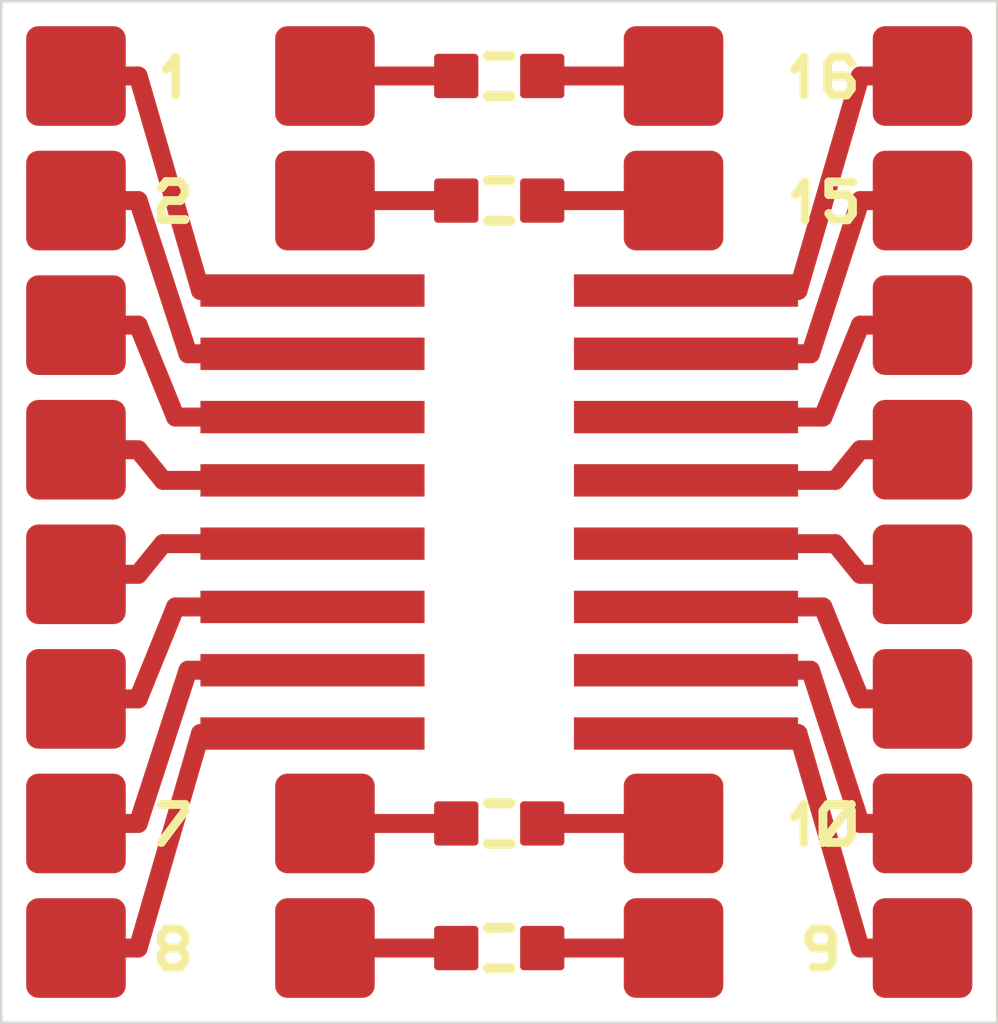
<source format=kicad_pcb>
(kicad_pcb
	(version 20241229)
	(generator "pcbnew")
	(generator_version "9.0")
	(general
		(thickness 1.6)
		(legacy_teardrops no)
	)
	(paper "A4")
	(layers
		(0 "F.Cu" signal)
		(2 "B.Cu" signal)
		(9 "F.Adhes" user "F.Adhesive")
		(11 "B.Adhes" user "B.Adhesive")
		(13 "F.Paste" user)
		(15 "B.Paste" user)
		(5 "F.SilkS" user "F.Silkscreen")
		(7 "B.SilkS" user "B.Silkscreen")
		(1 "F.Mask" user)
		(3 "B.Mask" user)
		(17 "Dwgs.User" user "User.Drawings")
		(19 "Cmts.User" user "User.Comments")
		(21 "Eco1.User" user "User.Eco1")
		(23 "Eco2.User" user "User.Eco2")
		(25 "Edge.Cuts" user)
		(27 "Margin" user)
		(31 "F.CrtYd" user "F.Courtyard")
		(29 "B.CrtYd" user "B.Courtyard")
	)
	(setup
		(pad_to_mask_clearance 0)
		(allow_soldermask_bridges_in_footprints no)
		(tenting front back)
		(pcbplotparams
			(layerselection 0x00000000_00000000_55555555_5755f5ff)
			(plot_on_all_layers_selection 0x00000000_00000000_00000000_00000000)
			(disableapertmacros no)
			(usegerberextensions no)
			(usegerberattributes yes)
			(usegerberadvancedattributes yes)
			(creategerberjobfile yes)
			(dashed_line_dash_ratio 12.000000)
			(dashed_line_gap_ratio 3.000000)
			(svgprecision 4)
			(plotframeref no)
			(mode 1)
			(useauxorigin no)
			(hpglpennumber 1)
			(hpglpenspeed 20)
			(hpglpendiameter 15.000000)
			(pdf_front_fp_property_popups yes)
			(pdf_back_fp_property_popups yes)
			(pdf_metadata yes)
			(pdf_single_document no)
			(dxfpolygonmode yes)
			(dxfimperialunits yes)
			(dxfusepcbnewfont yes)
			(psnegative no)
			(psa4output no)
			(plot_black_and_white yes)
			(sketchpadsonfab no)
			(plotpadnumbers no)
			(hidednponfab no)
			(sketchdnponfab yes)
			(crossoutdnponfab yes)
			(subtractmaskfromsilk no)
			(outputformat 1)
			(mirror no)
			(drillshape 1)
			(scaleselection 1)
			(outputdirectory "")
		)
	)
	(net 0 "")
	(gr_poly
		(pts
			(xy 19.30112 -5.50497) (xy 19.34839 -5.51929) (xy 19.3909 -5.54202) (xy 19.42773 -5.57227) (xy 19.45797 -5.6091)
			(xy 19.48071 -5.65161) (xy 19.49503 -5.69888) (xy 19.5 -5.75) (xy 19.5 -7.25) (xy 19.49503 -7.30112)
			(xy 19.48071 -7.34839) (xy 19.45797 -7.3909) (xy 19.42773 -7.42773) (xy 19.3909 -7.45798) (xy 19.34839 -7.48071)
			(xy 19.30112 -7.49503) (xy 19.25 -7.5) (xy 17.75 -7.5) (xy 17.69888 -7.49503) (xy 17.65161 -7.48071)
			(xy 17.6091 -7.45798) (xy 17.57227 -7.42773) (xy 17.54203 -7.3909) (xy 17.51929 -7.34839) (xy 17.50497 -7.30112)
			(xy 17.5 -7.25) (xy 17.5 -5.75) (xy 17.50497 -5.69888) (xy 17.51929 -5.65161) (xy 17.54203 -5.6091)
			(xy 17.57227 -5.57227) (xy 17.6091 -5.54202) (xy 17.65161 -5.51929) (xy 17.69888 -5.50497) (xy 17.75 -5.5)
			(xy 19.25 -5.5)
		)
		(stroke
			(width 0)
			(type solid)
		)
		(fill yes)
		(layer "F.Cu")
		(uuid "01bb43e6-9ad0-406e-98c8-2e0e504a6928")
	)
	(gr_poly
		(pts
			(xy 16 -9.94) (xy 11.5 -9.94) (xy 11.5 -9.29) (xy 16 -9.29)
		)
		(stroke
			(width 0)
			(type solid)
		)
		(fill yes)
		(layer "F.Cu")
		(uuid "05482fa3-3fb0-493e-9772-9b8355a69e4e")
	)
	(gr_poly
		(pts
			(xy 8.5 -15.02) (xy 4 -15.02) (xy 4 -14.37) (xy 8.5 -14.37)
		)
		(stroke
			(width 0)
			(type solid)
		)
		(fill yes)
		(layer "F.Cu")
		(uuid "0aa48f2f-dbaa-47da-a324-6e9be6fa9a0b")
	)
	(gr_poly
		(pts
			(xy 8.5 -11.21) (xy 4 -11.21) (xy 4 -10.56) (xy 8.5 -10.56)
		)
		(stroke
			(width 0)
			(type solid)
		)
		(fill yes)
		(layer "F.Cu")
		(uuid "0bf03000-664a-4627-a0e4-4040465c30cf")
	)
	(gr_poly
		(pts
			(xy 9.52038 -3.55702) (xy 9.53479 -3.56138) (xy 9.54774 -3.56831) (xy 9.55897 -3.57753) (xy 9.56819 -3.58875)
			(xy 9.57512 -3.60171) (xy 9.57948 -3.61612) (xy 9.581 -3.6317) (xy 9.581 -4.3683) (xy 9.57948 -4.38388)
			(xy 9.57512 -4.39829) (xy 9.56819 -4.41125) (xy 9.55897 -4.42247) (xy 9.54774 -4.43169) (xy 9.53479 -4.43862)
			(xy 9.52038 -4.44298) (xy 9.5048 -4.4445) (xy 8.7682 -4.4445) (xy 8.75262 -4.44298) (xy 8.73821 -4.43862)
			(xy 8.72526 -4.43169) (xy 8.71403 -4.42247) (xy 8.70481 -4.41125) (xy 8.69788 -4.39829) (xy 8.69352 -4.38388)
			(xy 8.692 -4.3683) (xy 8.692 -3.6317) (xy 8.69352 -3.61612) (xy 8.69788 -3.60171) (xy 8.70481 -3.58875)
			(xy 8.71403 -3.57753) (xy 8.72526 -3.56831) (xy 8.73821 -3.56138) (xy 8.75262 -3.55702) (xy 8.7682 -3.5555)
			(xy 9.5048 -3.5555)
		)
		(stroke
			(width 0)
			(type solid)
		)
		(fill yes)
		(layer "F.Cu")
		(uuid "152a0a14-dd19-4948-9fd4-cffb355e89e7")
	)
	(gr_poly
		(pts
			(xy 8.5 -12.48) (xy 4 -12.48) (xy 4 -11.83) (xy 8.5 -11.83)
		)
		(stroke
			(width 0)
			(type solid)
		)
		(fill yes)
		(layer "F.Cu")
		(uuid "16660c28-37a5-4349-a279-d17fb598b76f")
	)
	(gr_poly
		(pts
			(xy 8.5 -8.67) (xy 4 -8.67) (xy 4 -8.02) (xy 8.5 -8.02)
		)
		(stroke
			(width 0)
			(type solid)
		)
		(fill yes)
		(layer "F.Cu")
		(uuid "169b08b1-94b0-48e4-b1d9-df4748183b23")
	)
	(gr_poly
		(pts
			(xy 9.52038 -16.05702) (xy 9.53479 -16.06138) (xy 9.54774 -16.06831) (xy 9.55897 -16.07753) (xy 9.56819 -16.08875)
			(xy 9.57512 -16.10171) (xy 9.57948 -16.11612) (xy 9.581 -16.1317) (xy 9.581 -16.8683) (xy 9.57948 -16.88388)
			(xy 9.57512 -16.89829) (xy 9.56819 -16.91125) (xy 9.55897 -16.92247) (xy 9.54774 -16.93169) (xy 9.53479 -16.93862)
			(xy 9.52038 -16.94298) (xy 9.5048 -16.9445) (xy 8.7682 -16.9445) (xy 8.75262 -16.94298) (xy 8.73821 -16.93862)
			(xy 8.72526 -16.93169) (xy 8.71403 -16.92247) (xy 8.70481 -16.91125) (xy 8.69788 -16.89829) (xy 8.69352 -16.88388)
			(xy 8.692 -16.8683) (xy 8.692 -16.1317) (xy 8.69352 -16.11612) (xy 8.69788 -16.10171) (xy 8.70481 -16.08875)
			(xy 8.71403 -16.07753) (xy 8.72526 -16.06831) (xy 8.73821 -16.06138) (xy 8.75262 -16.05702) (xy 8.7682 -16.0555)
			(xy 9.5048 -16.0555)
		)
		(stroke
			(width 0)
			(type solid)
		)
		(fill yes)
		(layer "F.Cu")
		(uuid "1cadf53e-8610-4281-832d-35646e3a5bd1")
	)
	(gr_poly
		(pts
			(xy 14.30112 -0.50497) (xy 14.34839 -0.51929) (xy 14.3909 -0.54202) (xy 14.42773 -0.57227) (xy 14.45797 -0.6091)
			(xy 14.48071 -0.65161) (xy 14.49503 -0.69888) (xy 14.5 -0.75) (xy 14.5 -2.25) (xy 14.49503 -2.30112)
			(xy 14.48071 -2.34839) (xy 14.45797 -2.3909) (xy 14.42773 -2.42773) (xy 14.3909 -2.45798) (xy 14.34839 -2.48071)
			(xy 14.30112 -2.49503) (xy 14.25 -2.5) (xy 12.75 -2.5) (xy 12.69888 -2.49503) (xy 12.65161 -2.48071)
			(xy 12.6091 -2.45798) (xy 12.57227 -2.42773) (xy 12.54203 -2.3909) (xy 12.51929 -2.34839) (xy 12.50497 -2.30112)
			(xy 12.5 -2.25) (xy 12.5 -0.75) (xy 12.50497 -0.69888) (xy 12.51929 -0.65161) (xy 12.54203 -0.6091)
			(xy 12.57227 -0.57227) (xy 12.6091 -0.54202) (xy 12.65161 -0.51929) (xy 12.69888 -0.50497) (xy 12.75 -0.5)
			(xy 14.25 -0.5)
		)
		(stroke
			(width 0)
			(type solid)
		)
		(fill yes)
		(layer "F.Cu")
		(uuid "2297fd10-6b20-4d51-84c0-e3f7dbfa2773")
	)
	(gr_poly
		(pts
			(xy 8.5 -6.13) (xy 4 -6.13) (xy 4 -5.48) (xy 8.5 -5.48)
		)
		(stroke
			(width 0)
			(type solid)
		)
		(fill yes)
		(layer "F.Cu")
		(uuid "22cf76b1-c8b0-47ee-a981-df5217447c0e")
	)
	(gr_poly
		(pts
			(xy 8.5 -9.94) (xy 4 -9.94) (xy 4 -9.29) (xy 8.5 -9.29)
		)
		(stroke
			(width 0)
			(type solid)
		)
		(fill yes)
		(layer "F.Cu")
		(uuid "23012a4f-00c4-495c-bfa2-e9421507e56e")
	)
	(gr_poly
		(pts
			(xy 8.5 -7.4) (xy 4 -7.4) (xy 4 -6.75) (xy 8.5 -6.75)
		)
		(stroke
			(width 0)
			(type solid)
		)
		(fill yes)
		(layer "F.Cu")
		(uuid "26ac1b09-14ff-4e89-ada3-7b3fe74de634")
	)
	(gr_poly
		(pts
			(xy 16 -6.13) (xy 11.5 -6.13) (xy 11.5 -5.48) (xy 16 -5.48)
		)
		(stroke
			(width 0)
			(type solid)
		)
		(fill yes)
		(layer "F.Cu")
		(uuid "30d2ec2d-ba45-4cf5-9a9f-f01328a04f5a")
	)
	(gr_poly
		(pts
			(xy 11.24758 -1.05702) (xy 11.26199 -1.06138) (xy 11.27494 -1.06831) (xy 11.28617 -1.07753) (xy 11.29539 -1.08875)
			(xy 11.30232 -1.10171) (xy 11.30668 -1.11612) (xy 11.3082 -1.1317) (xy 11.3082 -1.8683) (xy 11.30668 -1.88388)
			(xy 11.30232 -1.89829) (xy 11.29539 -1.91125) (xy 11.28617 -1.92247) (xy 11.27494 -1.93169) (xy 11.26199 -1.93862)
			(xy 11.24758 -1.94298) (xy 11.232 -1.9445) (xy 10.4954 -1.9445) (xy 10.47982 -1.94298) (xy 10.46541 -1.93862)
			(xy 10.45246 -1.93169) (xy 10.44123 -1.92247) (xy 10.43201 -1.91125) (xy 10.42508 -1.89829) (xy 10.42072 -1.88388)
			(xy 10.4192 -1.8683) (xy 10.4192 -1.1317) (xy 10.42072 -1.11612) (xy 10.42508 -1.10171) (xy 10.43201 -1.08875)
			(xy 10.44123 -1.07753) (xy 10.45246 -1.06831) (xy 10.46541 -1.06138) (xy 10.47982 -1.05702) (xy 10.4954 -1.0555)
			(xy 11.232 -1.0555)
		)
		(stroke
			(width 0)
			(type solid)
		)
		(fill yes)
		(layer "F.Cu")
		(uuid "33590bbe-352f-4f28-ab83-92f222eb47d6")
	)
	(gr_poly
		(pts
			(xy 2.30112 -0.50497) (xy 2.34839 -0.51929) (xy 2.3909 -0.54202) (xy 2.42773 -0.57227) (xy 2.45797 -0.6091)
			(xy 2.48071 -0.65161) (xy 2.49503 -0.69888) (xy 2.5 -0.75) (xy 2.5 -2.25) (xy 2.49503 -2.30112) (xy 2.48071 -2.34839)
			(xy 2.45797 -2.3909) (xy 2.42773 -2.42773) (xy 2.3909 -2.45798) (xy 2.34839 -2.48071) (xy 2.30112 -2.49503)
			(xy 2.25 -2.5) (xy 0.75 -2.5) (xy 0.69888 -2.49503) (xy 0.65161 -2.48071) (xy 0.6091 -2.45798) (xy 0.57227 -2.42773)
			(xy 0.54203 -2.3909) (xy 0.51929 -2.34839) (xy 0.50497 -2.30112) (xy 0.5 -2.25) (xy 0.5 -0.75) (xy 0.50497 -0.69888)
			(xy 0.51929 -0.65161) (xy 0.54203 -0.6091) (xy 0.57227 -0.57227) (xy 0.6091 -0.54202) (xy 0.65161 -0.51929)
			(xy 0.69888 -0.50497) (xy 0.75 -0.5) (xy 2.25 -0.5)
		)
		(stroke
			(width 0)
			(type solid)
		)
		(fill yes)
		(layer "F.Cu")
		(uuid "3534d52e-6eac-4c98-98f2-0827ae397193")
	)
	(gr_poly
		(pts
			(xy 19.30112 -18.00497) (xy 19.34839 -18.01929) (xy 19.3909 -18.04202) (xy 19.42773 -18.07227) (xy 19.45797 -18.1091)
			(xy 19.48071 -18.15161) (xy 19.49503 -18.19888) (xy 19.5 -18.25) (xy 19.5 -19.75) (xy 19.49503 -19.80112)
			(xy 19.48071 -19.84839) (xy 19.45797 -19.8909) (xy 19.42773 -19.92773) (xy 19.3909 -19.95798) (xy 19.34839 -19.98071)
			(xy 19.30112 -19.99503) (xy 19.25 -20) (xy 17.75 -20) (xy 17.69888 -19.99503) (xy 17.65161 -19.98071)
			(xy 17.6091 -19.95798) (xy 17.57227 -19.92773) (xy 17.54203 -19.8909) (xy 17.51929 -19.84839) (xy 17.50497 -19.80112)
			(xy 17.5 -19.75) (xy 17.5 -18.25) (xy 17.50497 -18.19888) (xy 17.51929 -18.15161) (xy 17.54203 -18.1091)
			(xy 17.57227 -18.07227) (xy 17.6091 -18.04202) (xy 17.65161 -18.01929) (xy 17.69888 -18.00497) (xy 17.75 -18)
			(xy 19.25 -18)
		)
		(stroke
			(width 0)
			(type solid)
		)
		(fill yes)
		(layer "F.Cu")
		(uuid "3a21f559-ebc5-4a1f-ab22-048f377d9bbe")
	)
	(gr_poly
		(pts
			(xy 19.30112 -0.50497) (xy 19.34839 -0.51929) (xy 19.3909 -0.54202) (xy 19.42773 -0.57227) (xy 19.45797 -0.6091)
			(xy 19.48071 -0.65161) (xy 19.49503 -0.69888) (xy 19.5 -0.75) (xy 19.5 -2.25) (xy 19.49503 -2.30112)
			(xy 19.48071 -2.34839) (xy 19.45797 -2.3909) (xy 19.42773 -2.42773) (xy 19.3909 -2.45798) (xy 19.34839 -2.48071)
			(xy 19.30112 -2.49503) (xy 19.25 -2.5) (xy 17.75 -2.5) (xy 17.69888 -2.49503) (xy 17.65161 -2.48071)
			(xy 17.6091 -2.45798) (xy 17.57227 -2.42773) (xy 17.54203 -2.3909) (xy 17.51929 -2.34839) (xy 17.50497 -2.30112)
			(xy 17.5 -2.25) (xy 17.5 -0.75) (xy 17.50497 -0.69888) (xy 17.51929 -0.65161) (xy 17.54203 -0.6091)
			(xy 17.57227 -0.57227) (xy 17.6091 -0.54202) (xy 17.65161 -0.51929) (xy 17.69888 -0.50497) (xy 17.75 -0.5)
			(xy 19.25 -0.5)
		)
		(stroke
			(width 0)
			(type solid)
		)
		(fill yes)
		(layer "F.Cu")
		(uuid "3c5ed523-d4f7-42d1-bce2-91e9a945f090")
	)
	(gr_poly
		(pts
			(xy 9.52038 -18.55702) (xy 9.53479 -18.56138) (xy 9.54774 -18.56831) (xy 9.55897 -18.57753) (xy 9.56819 -18.58875)
			(xy 9.57512 -18.60171) (xy 9.57948 -18.61612) (xy 9.581 -18.6317) (xy 9.581 -19.3683) (xy 9.57948 -19.38388)
			(xy 9.57512 -19.39829) (xy 9.56819 -19.41125) (xy 9.55897 -19.42247) (xy 9.54774 -19.43169) (xy 9.53479 -19.43862)
			(xy 9.52038 -19.44298) (xy 9.5048 -19.4445) (xy 8.7682 -19.4445) (xy 8.75262 -19.44298) (xy 8.73821 -19.43862)
			(xy 8.72526 -19.43169) (xy 8.71403 -19.42247) (xy 8.70481 -19.41125) (xy 8.69788 -19.39829) (xy 8.69352 -19.38388)
			(xy 8.692 -19.3683) (xy 8.692 -18.6317) (xy 8.69352 -18.61612) (xy 8.69788 -18.60171) (xy 8.70481 -18.58875)
			(xy 8.71403 -18.57753) (xy 8.72526 -18.56831) (xy 8.73821 -18.56138) (xy 8.75262 -18.55702) (xy 8.7682 -18.5555)
			(xy 9.5048 -18.5555)
		)
		(stroke
			(width 0)
			(type solid)
		)
		(fill yes)
		(layer "F.Cu")
		(uuid "40553229-d39e-4600-8a76-3ff5e91e358a")
	)
	(gr_poly
		(pts
			(xy 16 -12.48) (xy 11.5 -12.48) (xy 11.5 -11.83) (xy 16 -11.83)
		)
		(stroke
			(width 0)
			(type solid)
		)
		(fill yes)
		(layer "F.Cu")
		(uuid "56386725-d2dc-481c-a3e4-f415c61f1eb7")
	)
	(gr_poly
		(pts
			(xy 14.30112 -15.50497) (xy 14.34839 -15.51929) (xy 14.3909 -15.54202) (xy 14.42773 -15.57227) (xy 14.45797 -15.6091)
			(xy 14.48071 -15.65161) (xy 14.49503 -15.69888) (xy 14.5 -15.75) (xy 14.5 -17.25) (xy 14.49503 -17.30112)
			(xy 14.48071 -17.34839) (xy 14.45797 -17.3909) (xy 14.42773 -17.42773) (xy 14.3909 -17.45798) (xy 14.34839 -17.48071)
			(xy 14.30112 -17.49503) (xy 14.25 -17.5) (xy 12.75 -17.5) (xy 12.69888 -17.49503) (xy 12.65161 -17.48071)
			(xy 12.6091 -17.45798) (xy 12.57227 -17.42773) (xy 12.54203 -17.3909) (xy 12.51929 -17.34839) (xy 12.50497 -17.30112)
			(xy 12.5 -17.25) (xy 12.5 -15.75) (xy 12.50497 -15.69888) (xy 12.51929 -15.65161) (xy 12.54203 -15.6091)
			(xy 12.57227 -15.57227) (xy 12.6091 -15.54202) (xy 12.65161 -15.51929) (xy 12.69888 -15.50497) (xy 12.75 -15.5)
			(xy 14.25 -15.5)
		)
		(stroke
			(width 0)
			(type solid)
		)
		(fill yes)
		(layer "F.Cu")
		(uuid "5ee18f6a-10c7-400f-aefe-258a92df6edf")
	)
	(gr_poly
		(pts
			(xy 11.24758 -16.05702) (xy 11.26199 -16.06138) (xy 11.27494 -16.06831) (xy 11.28617 -16.07753) (xy 11.29539 -16.08875)
			(xy 11.30232 -16.10171) (xy 11.30668 -16.11612) (xy 11.3082 -16.1317) (xy 11.3082 -16.8683) (xy 11.30668 -16.88388)
			(xy 11.30232 -16.89829) (xy 11.29539 -16.91125) (xy 11.28617 -16.92247) (xy 11.27494 -16.93169) (xy 11.26199 -16.93862)
			(xy 11.24758 -16.94298) (xy 11.232 -16.9445) (xy 10.4954 -16.9445) (xy 10.47982 -16.94298) (xy 10.46541 -16.93862)
			(xy 10.45246 -16.93169) (xy 10.44123 -16.92247) (xy 10.43201 -16.91125) (xy 10.42508 -16.89829) (xy 10.42072 -16.88388)
			(xy 10.4192 -16.8683) (xy 10.4192 -16.1317) (xy 10.42072 -16.11612) (xy 10.42508 -16.10171) (xy 10.43201 -16.08875)
			(xy 10.44123 -16.07753) (xy 10.45246 -16.06831) (xy 10.46541 -16.06138) (xy 10.47982 -16.05702) (xy 10.4954 -16.0555)
			(xy 11.232 -16.0555)
		)
		(stroke
			(width 0)
			(type solid)
		)
		(fill yes)
		(layer "F.Cu")
		(uuid "6f1ad1f2-c449-459f-8ae4-de748b53cccc")
	)
	(gr_poly
		(pts
			(xy 16 -13.75) (xy 11.5 -13.75) (xy 11.5 -13.1) (xy 16 -13.1)
		)
		(stroke
			(width 0)
			(type solid)
		)
		(fill yes)
		(layer "F.Cu")
		(uuid "712bb1fa-5684-4987-9e2e-bc24e43d16b7")
	)
	(gr_poly
		(pts
			(xy 7.30112 -15.50497) (xy 7.34839 -15.51929) (xy 7.3909 -15.54202) (xy 7.42773 -15.57227) (xy 7.45797 -15.6091)
			(xy 7.48071 -15.65161) (xy 7.49503 -15.69888) (xy 7.5 -15.75) (xy 7.5 -17.25) (xy 7.49503 -17.30112)
			(xy 7.48071 -17.34839) (xy 7.45797 -17.3909) (xy 7.42773 -17.42773) (xy 7.3909 -17.45798) (xy 7.34839 -17.48071)
			(xy 7.30112 -17.49503) (xy 7.25 -17.5) (xy 5.75 -17.5) (xy 5.69888 -17.49503) (xy 5.65161 -17.48071)
			(xy 5.6091 -17.45798) (xy 5.57227 -17.42773) (xy 5.54203 -17.3909) (xy 5.51929 -17.34839) (xy 5.50497 -17.30112)
			(xy 5.5 -17.25) (xy 5.5 -15.75) (xy 5.50497 -15.69888) (xy 5.51929 -15.65161) (xy 5.54203 -15.6091)
			(xy 5.57227 -15.57227) (xy 5.6091 -15.54202) (xy 5.65161 -15.51929) (xy 5.69888 -15.50497) (xy 5.75 -15.5)
			(xy 7.25 -15.5)
		)
		(stroke
			(width 0)
			(type solid)
		)
		(fill yes)
		(layer "F.Cu")
		(uuid "74b37c39-7948-4466-8f6b-e819d0923de6")
	)
	(gr_poly
		(pts
			(xy 2.30112 -18.00497) (xy 2.34839 -18.01929) (xy 2.3909 -18.04202) (xy 2.42773 -18.07227) (xy 2.45797 -18.1091)
			(xy 2.48071 -18.15161) (xy 2.49503 -18.19888) (xy 2.5 -18.25) (xy 2.5 -19.75) (xy 2.49503 -19.80112)
			(xy 2.48071 -19.84839) (xy 2.45797 -19.8909) (xy 2.42773 -19.92773) (xy 2.3909 -19.95798) (xy 2.34839 -19.98071)
			(xy 2.30112 -19.99503) (xy 2.25 -20) (xy 0.75 -20) (xy 0.69888 -19.99503) (xy 0.65161 -19.98071)
			(xy 0.6091 -19.95798) (xy 0.57227 -19.92773) (xy 0.54203 -19.8909) (xy 0.51929 -19.84839) (xy 0.50497 -19.80112)
			(xy 0.5 -19.75) (xy 0.5 -18.25) (xy 0.50497 -18.19888) (xy 0.51929 -18.15161) (xy 0.54203 -18.1091)
			(xy 0.57227 -18.07227) (xy 0.6091 -18.04202) (xy 0.65161 -18.01929) (xy 0.69888 -18.00497) (xy 0.75 -18)
			(xy 2.25 -18)
		)
		(stroke
			(width 0)
			(type solid)
		)
		(fill yes)
		(layer "F.Cu")
		(uuid "75f82b29-9c4d-424a-a928-de4dd1a0299a")
	)
	(gr_poly
		(pts
			(xy 16 -11.21) (xy 11.5 -11.21) (xy 11.5 -10.56) (xy 16 -10.56)
		)
		(stroke
			(width 0)
			(type solid)
		)
		(fill yes)
		(layer "F.Cu")
		(uuid "7c072728-e491-493d-9de4-5fd163841c6b")
	)
	(gr_poly
		(pts
			(xy 2.30112 -5.50497) (xy 2.34839 -5.51929) (xy 2.3909 -5.54202) (xy 2.42773 -5.57227) (xy 2.45797 -5.6091)
			(xy 2.48071 -5.65161) (xy 2.49503 -5.69888) (xy 2.5 -5.75) (xy 2.5 -7.25) (xy 2.49503 -7.30112) (xy 2.48071 -7.34839)
			(xy 2.45797 -7.3909) (xy 2.42773 -7.42773) (xy 2.3909 -7.45798) (xy 2.34839 -7.48071) (xy 2.30112 -7.49503)
			(xy 2.25 -7.5) (xy 0.75 -7.5) (xy 0.69888 -7.49503) (xy 0.65161 -7.48071) (xy 0.6091 -7.45798) (xy 0.57227 -7.42773)
			(xy 0.54203 -7.3909) (xy 0.51929 -7.34839) (xy 0.50497 -7.30112) (xy 0.5 -7.25) (xy 0.5 -5.75) (xy 0.50497 -5.69888)
			(xy 0.51929 -5.65161) (xy 0.54203 -5.6091) (xy 0.57227 -5.57227) (xy 0.6091 -5.54202) (xy 0.65161 -5.51929)
			(xy 0.69888 -5.50497) (xy 0.75 -5.5) (xy 2.25 -5.5)
		)
		(stroke
			(width 0)
			(type solid)
		)
		(fill yes)
		(layer "F.Cu")
		(uuid "85a6079b-08f6-4f8b-a586-e2a294ac00f0")
	)
	(gr_poly
		(pts
			(xy 2.30112 -15.50497) (xy 2.34839 -15.51929) (xy 2.3909 -15.54202) (xy 2.42773 -15.57227) (xy 2.45797 -15.6091)
			(xy 2.48071 -15.65161) (xy 2.49503 -15.69888) (xy 2.5 -15.75) (xy 2.5 -17.25) (xy 2.49503 -17.30112)
			(xy 2.48071 -17.34839) (xy 2.45797 -17.3909) (xy 2.42773 -17.42773) (xy 2.3909 -17.45798) (xy 2.34839 -17.48071)
			(xy 2.30112 -17.49503) (xy 2.25 -17.5) (xy 0.75 -17.5) (xy 0.69888 -17.49503) (xy 0.65161 -17.48071)
			(xy 0.6091 -17.45798) (xy 0.57227 -17.42773) (xy 0.54203 -17.3909) (xy 0.51929 -17.34839) (xy 0.50497 -17.30112)
			(xy 0.5 -17.25) (xy 0.5 -15.75) (xy 0.50497 -15.69888) (xy 0.51929 -15.65161) (xy 0.54203 -15.6091)
			(xy 0.57227 -15.57227) (xy 0.6091 -15.54202) (xy 0.65161 -15.51929) (xy 0.69888 -15.50497) (xy 0.75 -15.5)
			(xy 2.25 -15.5)
		)
		(stroke
			(width 0)
			(type solid)
		)
		(fill yes)
		(layer "F.Cu")
		(uuid "87fde5fd-5872-4cae-8b68-08dfaca9ee7d")
	)
	(gr_poly
		(pts
			(xy 7.30112 -3.00497) (xy 7.34839 -3.01929) (xy 7.3909 -3.04202) (xy 7.42773 -3.07227) (xy 7.45797 -3.1091)
			(xy 7.48071 -3.15161) (xy 7.49503 -3.19888) (xy 7.5 -3.25) (xy 7.5 -4.75) (xy 7.49503 -4.80112) (xy 7.48071 -4.84839)
			(xy 7.45797 -4.8909) (xy 7.42773 -4.92773) (xy 7.3909 -4.95798) (xy 7.34839 -4.98071) (xy 7.30112 -4.99503)
			(xy 7.25 -5) (xy 5.75 -5) (xy 5.69888 -4.99503) (xy 5.65161 -4.98071) (xy 5.6091 -4.95798) (xy 5.57227 -4.92773)
			(xy 5.54203 -4.8909) (xy 5.51929 -4.84839) (xy 5.50497 -4.80112) (xy 5.5 -4.75) (xy 5.5 -3.25) (xy 5.50497 -3.19888)
			(xy 5.51929 -3.15161) (xy 5.54203 -3.1091) (xy 5.57227 -3.07227) (xy 5.6091 -3.04202) (xy 5.65161 -3.01929)
			(xy 5.69888 -3.00497) (xy 5.75 -3) (xy 7.25 -3)
		)
		(stroke
			(width 0)
			(type solid)
		)
		(fill yes)
		(layer "F.Cu")
		(uuid "8c5afc48-cbd3-4af0-b9f8-224aa022383b")
	)
	(gr_poly
		(pts
			(xy 2.30112 -13.00497) (xy 2.34839 -13.01929) (xy 2.3909 -13.04202) (xy 2.42773 -13.07227) (xy 2.45797 -13.1091)
			(xy 2.48071 -13.15161) (xy 2.49503 -13.19888) (xy 2.5 -13.25) (xy 2.5 -14.75) (xy 2.49503 -14.80112)
			(xy 2.48071 -14.84839) (xy 2.45797 -14.8909) (xy 2.42773 -14.92773) (xy 2.3909 -14.95798) (xy 2.34839 -14.98071)
			(xy 2.30112 -14.99503) (xy 2.25 -15) (xy 0.75 -15) (xy 0.69888 -14.99503) (xy 0.65161 -14.98071)
			(xy 0.6091 -14.95798) (xy 0.57227 -14.92773) (xy 0.54203 -14.8909) (xy 0.51929 -14.84839) (xy 0.50497 -14.80112)
			(xy 0.5 -14.75) (xy 0.5 -13.25) (xy 0.50497 -13.19888) (xy 0.51929 -13.15161) (xy 0.54203 -13.1091)
			(xy 0.57227 -13.07227) (xy 0.6091 -13.04202) (xy 0.65161 -13.01929) (xy 0.69888 -13.00497) (xy 0.75 -13)
			(xy 2.25 -13)
		)
		(stroke
			(width 0)
			(type solid)
		)
		(fill yes)
		(layer "F.Cu")
		(uuid "8e338a2a-e573-4683-a72e-73ac3f4e299e")
	)
	(gr_poly
		(pts
			(xy 19.30112 -15.50497) (xy 19.34839 -15.51929) (xy 19.3909 -15.54202) (xy 19.42773 -15.57227) (xy 19.45797 -15.6091)
			(xy 19.48071 -15.65161) (xy 19.49503 -15.69888) (xy 19.5 -15.75) (xy 19.5 -17.25) (xy 19.49503 -17.30112)
			(xy 19.48071 -17.34839) (xy 19.45797 -17.3909) (xy 19.42773 -17.42773) (xy 19.3909 -17.45798) (xy 19.34839 -17.48071)
			(xy 19.30112 -17.49503) (xy 19.25 -17.5) (xy 17.75 -17.5) (xy 17.69888 -17.49503) (xy 17.65161 -17.48071)
			(xy 17.6091 -17.45798) (xy 17.57227 -17.42773) (xy 17.54203 -17.3909) (xy 17.51929 -17.34839) (xy 17.50497 -17.30112)
			(xy 17.5 -17.25) (xy 17.5 -15.75) (xy 17.50497 -15.69888) (xy 17.51929 -15.65161) (xy 17.54203 -15.6091)
			(xy 17.57227 -15.57227) (xy 17.6091 -15.54202) (xy 17.65161 -15.51929) (xy 17.69888 -15.50497) (xy 17.75 -15.5)
			(xy 19.25 -15.5)
		)
		(stroke
			(width 0)
			(type solid)
		)
		(fill yes)
		(layer "F.Cu")
		(uuid "9ce0698d-a5b8-49c7-a337-c8f7eb3adfb0")
	)
	(gr_poly
		(pts
			(xy 16 -8.67) (xy 11.5 -8.67) (xy 11.5 -8.02) (xy 16 -8.02)
		)
		(stroke
			(width 0)
			(type solid)
		)
		(fill yes)
		(layer "F.Cu")
		(uuid "a1a1ff2d-26f8-4fb6-b1db-b094e4037a2f")
	)
	(gr_poly
		(pts
			(xy 19.30112 -3.00497) (xy 19.34839 -3.01929) (xy 19.3909 -3.04202) (xy 19.42773 -3.07227) (xy 19.45797 -3.1091)
			(xy 19.48071 -3.15161) (xy 19.49503 -3.19888) (xy 19.5 -3.25) (xy 19.5 -4.75) (xy 19.49503 -4.80112)
			(xy 19.48071 -4.84839) (xy 19.45797 -4.8909) (xy 19.42773 -4.92773) (xy 19.3909 -4.95798) (xy 19.34839 -4.98071)
			(xy 19.30112 -4.99503) (xy 19.25 -5) (xy 17.75 -5) (xy 17.69888 -4.99503) (xy 17.65161 -4.98071)
			(xy 17.6091 -4.95798) (xy 17.57227 -4.92773) (xy 17.54203 -4.8909) (xy 17.51929 -4.84839) (xy 17.50497 -4.80112)
			(xy 17.5 -4.75) (xy 17.5 -3.25) (xy 17.50497 -3.19888) (xy 17.51929 -3.15161) (xy 17.54203 -3.1091)
			(xy 17.57227 -3.07227) (xy 17.6091 -3.04202) (xy 17.65161 -3.01929) (xy 17.69888 -3.00497) (xy 17.75 -3)
			(xy 19.25 -3)
		)
		(stroke
			(width 0)
			(type solid)
		)
		(fill yes)
		(layer "F.Cu")
		(uuid "a20a7f53-2c00-4895-b6cf-a7eab50a915b")
	)
	(gr_poly
		(pts
			(xy 2.30112 -8.00497) (xy 2.34839 -8.01929) (xy 2.3909 -8.04202) (xy 2.42773 -8.07227) (xy 2.45797 -8.1091)
			(xy 2.48071 -8.15161) (xy 2.49503 -8.19888) (xy 2.5 -8.25) (xy 2.5 -9.75) (xy 2.49503 -9.80112) (xy 2.48071 -9.84839)
			(xy 2.45797 -9.8909) (xy 2.42773 -9.92773) (xy 2.3909 -9.95798) (xy 2.34839 -9.98071) (xy 2.30112 -9.99503)
			(xy 2.25 -10) (xy 0.75 -10) (xy 0.69888 -9.99503) (xy 0.65161 -9.98071) (xy 0.6091 -9.95798) (xy 0.57227 -9.92773)
			(xy 0.54203 -9.8909) (xy 0.51929 -9.84839) (xy 0.50497 -9.80112) (xy 0.5 -9.75) (xy 0.5 -8.25) (xy 0.50497 -8.19888)
			(xy 0.51929 -8.15161) (xy 0.54203 -8.1091) (xy 0.57227 -8.07227) (xy 0.6091 -8.04202) (xy 0.65161 -8.01929)
			(xy 0.69888 -8.00497) (xy 0.75 -8) (xy 2.25 -8)
		)
		(stroke
			(width 0)
			(type solid)
		)
		(fill yes)
		(layer "F.Cu")
		(uuid "a3b8b8a9-e18d-41d8-93ab-f3e7f47aeb56")
	)
	(gr_poly
		(pts
			(xy 19.30112 -8.00497) (xy 19.34839 -8.01929) (xy 19.3909 -8.04202) (xy 19.42773 -8.07227) (xy 19.45797 -8.1091)
			(xy 19.48071 -8.15161) (xy 19.49503 -8.19888) (xy 19.5 -8.25) (xy 19.5 -9.75) (xy 19.49503 -9.80112)
			(xy 19.48071 -9.84839) (xy 19.45797 -9.8909) (xy 19.42773 -9.92773) (xy 19.3909 -9.95798) (xy 19.34839 -9.98071)
			(xy 19.30112 -9.99503) (xy 19.25 -10) (xy 17.75 -10) (xy 17.69888 -9.99503) (xy 17.65161 -9.98071)
			(xy 17.6091 -9.95798) (xy 17.57227 -9.92773) (xy 17.54203 -9.8909) (xy 17.51929 -9.84839) (xy 17.50497 -9.80112)
			(xy 17.5 -9.75) (xy 17.5 -8.25) (xy 17.50497 -8.19888) (xy 17.51929 -8.15161) (xy 17.54203 -8.1091)
			(xy 17.57227 -8.07227) (xy 17.6091 -8.04202) (xy 17.65161 -8.01929) (xy 17.69888 -8.00497) (xy 17.75 -8)
			(xy 19.25 -8)
		)
		(stroke
			(width 0)
			(type solid)
		)
		(fill yes)
		(layer "F.Cu")
		(uuid "a7bf8a64-0994-4b9b-adde-473671e28b49")
	)
	(gr_poly
		(pts
			(xy 19.30112 -13.00497) (xy 19.34839 -13.01929) (xy 19.3909 -13.04202) (xy 19.42773 -13.07227) (xy 19.45797 -13.1091)
			(xy 19.48071 -13.15161) (xy 19.49503 -13.19888) (xy 19.5 -13.25) (xy 19.5 -14.75) (xy 19.49503 -14.80112)
			(xy 19.48071 -14.84839) (xy 19.45797 -14.8909) (xy 19.42773 -14.92773) (xy 19.3909 -14.95798) (xy 19.34839 -14.98071)
			(xy 19.30112 -14.99503) (xy 19.25 -15) (xy 17.75 -15) (xy 17.69888 -14.99503) (xy 17.65161 -14.98071)
			(xy 17.6091 -14.95798) (xy 17.57227 -14.92773) (xy 17.54203 -14.8909) (xy 17.51929 -14.84839) (xy 17.50497 -14.80112)
			(xy 17.5 -14.75) (xy 17.5 -13.25) (xy 17.50497 -13.19888) (xy 17.51929 -13.15161) (xy 17.54203 -13.1091)
			(xy 17.57227 -13.07227) (xy 17.6091 -13.04202) (xy 17.65161 -13.01929) (xy 17.69888 -13.00497) (xy 17.75 -13)
			(xy 19.25 -13)
		)
		(stroke
			(width 0)
			(type solid)
		)
		(fill yes)
		(layer "F.Cu")
		(uuid "a8e5f40c-5db2-4b9d-b969-91b479e4c366")
	)
	(gr_poly
		(pts
			(xy 2.30112 -10.50497) (xy 2.34839 -10.51929) (xy 2.3909 -10.54202) (xy 2.42773 -10.57227) (xy 2.45797 -10.6091)
			(xy 2.48071 -10.65161) (xy 2.49503 -10.69888) (xy 2.5 -10.75) (xy 2.5 -12.25) (xy 2.49503 -12.30112)
			(xy 2.48071 -12.34839) (xy 2.45797 -12.3909) (xy 2.42773 -12.42773) (xy 2.3909 -12.45798) (xy 2.34839 -12.48071)
			(xy 2.30112 -12.49503) (xy 2.25 -12.5) (xy 0.75 -12.5) (xy 0.69888 -12.49503) (xy 0.65161 -12.48071)
			(xy 0.6091 -12.45798) (xy 0.57227 -12.42773) (xy 0.54203 -12.3909) (xy 0.51929 -12.34839) (xy 0.50497 -12.30112)
			(xy 0.5 -12.25) (xy 0.5 -10.75) (xy 0.50497 -10.69888) (xy 0.51929 -10.65161) (xy 0.54203 -10.6091)
			(xy 0.57227 -10.57227) (xy 0.6091 -10.54202) (xy 0.65161 -10.51929) (xy 0.69888 -10.50497) (xy 0.75 -10.5)
			(xy 2.25 -10.5)
		)
		(stroke
			(width 0)
			(type solid)
		)
		(fill yes)
		(layer "F.Cu")
		(uuid "afbad247-b8d8-4bba-a1dd-2f97daa4d2cf")
	)
	(gr_poly
		(pts
			(xy 7.30112 -18.00497) (xy 7.34839 -18.01929) (xy 7.3909 -18.04202) (xy 7.42773 -18.07227) (xy 7.45797 -18.1091)
			(xy 7.48071 -18.15161) (xy 7.49503 -18.19888) (xy 7.5 -18.25) (xy 7.5 -19.75) (xy 7.49503 -19.80112)
			(xy 7.48071 -19.84839) (xy 7.45797 -19.8909) (xy 7.42773 -19.92773) (xy 7.3909 -19.95798) (xy 7.34839 -19.98071)
			(xy 7.30112 -19.99503) (xy 7.25 -20) (xy 5.75 -20) (xy 5.69888 -19.99503) (xy 5.65161 -19.98071)
			(xy 5.6091 -19.95798) (xy 5.57227 -19.92773) (xy 5.54203 -19.8909) (xy 5.51929 -19.84839) (xy 5.50497 -19.80112)
			(xy 5.5 -19.75) (xy 5.5 -18.25) (xy 5.50497 -18.19888) (xy 5.51929 -18.15161) (xy 5.54203 -18.1091)
			(xy 5.57227 -18.07227) (xy 5.6091 -18.04202) (xy 5.65161 -18.01929) (xy 5.69888 -18.00497) (xy 5.75 -18)
			(xy 7.25 -18)
		)
		(stroke
			(width 0)
			(type solid)
		)
		(fill yes)
		(layer "F.Cu")
		(uuid "afc5cf05-6826-4f6a-8c54-35cd17fdef90")
	)
	(gr_poly
		(pts
			(xy 16 -15.02) (xy 11.5 -15.02) (xy 11.5 -14.37) (xy 16 -14.37)
		)
		(stroke
			(width 0)
			(type solid)
		)
		(fill yes)
		(layer "F.Cu")
		(uuid "b0e59b28-9ebf-43d9-a04c-fb06ec8a414e")
	)
	(gr_poly
		(pts
			(xy 7.30112 -0.50497) (xy 7.34839 -0.51929) (xy 7.3909 -0.54202) (xy 7.42773 -0.57227) (xy 7.45797 -0.6091)
			(xy 7.48071 -0.65161) (xy 7.49503 -0.69888) (xy 7.5 -0.75) (xy 7.5 -2.25) (xy 7.49503 -2.30112) (xy 7.48071 -2.34839)
			(xy 7.45797 -2.3909) (xy 7.42773 -2.42773) (xy 7.3909 -2.45798) (xy 7.34839 -2.48071) (xy 7.30112 -2.49503)
			(xy 7.25 -2.5) (xy 5.75 -2.5) (xy 5.69888 -2.49503) (xy 5.65161 -2.48071) (xy 5.6091 -2.45798) (xy 5.57227 -2.42773)
			(xy 5.54203 -2.3909) (xy 5.51929 -2.34839) (xy 5.50497 -2.30112) (xy 5.5 -2.25) (xy 5.5 -0.75) (xy 5.50497 -0.69888)
			(xy 5.51929 -0.65161) (xy 5.54203 -0.6091) (xy 5.57227 -0.57227) (xy 5.6091 -0.54202) (xy 5.65161 -0.51929)
			(xy 5.69888 -0.50497) (xy 5.75 -0.5) (xy 7.25 -0.5)
		)
		(stroke
			(width 0)
			(type solid)
		)
		(fill yes)
		(layer "F.Cu")
		(uuid "b90d37f6-147b-43d3-b356-9081dbc5743f")
	)
	(gr_poly
		(pts
			(xy 14.30112 -3.00497) (xy 14.34839 -3.01929) (xy 14.3909 -3.04202) (xy 14.42773 -3.07227) (xy 14.45797 -3.1091)
			(xy 14.48071 -3.15161) (xy 14.49503 -3.19888) (xy 14.5 -3.25) (xy 14.5 -4.75) (xy 14.49503 -4.80112)
			(xy 14.48071 -4.84839) (xy 14.45797 -4.8909) (xy 14.42773 -4.92773) (xy 14.3909 -4.95798) (xy 14.34839 -4.98071)
			(xy 14.30112 -4.99503) (xy 14.25 -5) (xy 12.75 -5) (xy 12.69888 -4.99503) (xy 12.65161 -4.98071)
			(xy 12.6091 -4.95798) (xy 12.57227 -4.92773) (xy 12.54203 -4.8909) (xy 12.51929 -4.84839) (xy 12.50497 -4.80112)
			(xy 12.5 -4.75) (xy 12.5 -3.25) (xy 12.50497 -3.19888) (xy 12.51929 -3.15161) (xy 12.54203 -3.1091)
			(xy 12.57227 -3.07227) (xy 12.6091 -3.04202) (xy 12.65161 -3.01929) (xy 12.69888 -3.00497) (xy 12.75 -3)
			(xy 14.25 -3)
		)
		(stroke
			(width 0)
			(type solid)
		)
		(fill yes)
		(layer "F.Cu")
		(uuid "b9409ee8-a87a-40ed-a28c-9f7a26f3e684")
	)
	(gr_poly
		(pts
			(xy 2.30112 -3.00497) (xy 2.34839 -3.01929) (xy 2.3909 -3.04202) (xy 2.42773 -3.07227) (xy 2.45797 -3.1091)
			(xy 2.48071 -3.15161) (xy 2.49503 -3.19888) (xy 2.5 -3.25) (xy 2.5 -4.75) (xy 2.49503 -4.80112) (xy 2.48071 -4.84839)
			(xy 2.45797 -4.8909) (xy 2.42773 -4.92773) (xy 2.3909 -4.95798) (xy 2.34839 -4.98071) (xy 2.30112 -4.99503)
			(xy 2.25 -5) (xy 0.75 -5) (xy 0.69888 -4.99503) (xy 0.65161 -4.98071) (xy 0.6091 -4.95798) (xy 0.57227 -4.92773)
			(xy 0.54203 -4.8909) (xy 0.51929 -4.84839) (xy 0.50497 -4.80112) (xy 0.5 -4.75) (xy 0.5 -3.25) (xy 0.50497 -3.19888)
			(xy 0.51929 -3.15161) (xy 0.54203 -3.1091) (xy 0.57227 -3.07227) (xy 0.6091 -3.04202) (xy 0.65161 -3.01929)
			(xy 0.69888 -3.00497) (xy 0.75 -3) (xy 2.25 -3)
		)
		(stroke
			(width 0)
			(type solid)
		)
		(fill yes)
		(layer "F.Cu")
		(uuid "bd9e0a23-691e-40ba-8faf-87a5d042a318")
	)
	(gr_poly
		(pts
			(xy 16 -7.4) (xy 11.5 -7.4) (xy 11.5 -6.75) (xy 16 -6.75)
		)
		(stroke
			(width 0)
			(type solid)
		)
		(fill yes)
		(layer "F.Cu")
		(uuid "c30af61a-8cac-4181-898c-6628adf550ca")
	)
	(gr_poly
		(pts
			(xy 9.52038 -1.05702) (xy 9.53479 -1.06138) (xy 9.54774 -1.06831) (xy 9.55897 -1.07753) (xy 9.56819 -1.08875)
			(xy 9.57512 -1.10171) (xy 9.57948 -1.11612) (xy 9.581 -1.1317) (xy 9.581 -1.8683) (xy 9.57948 -1.88388)
			(xy 9.57512 -1.89829) (xy 9.56819 -1.91125) (xy 9.55897 -1.92247) (xy 9.54774 -1.93169) (xy 9.53479 -1.93862)
			(xy 9.52038 -1.94298) (xy 9.5048 -1.9445) (xy 8.7682 -1.9445) (xy 8.75262 -1.94298) (xy 8.73821 -1.93862)
			(xy 8.72526 -1.93169) (xy 8.71403 -1.92247) (xy 8.70481 -1.91125) (xy 8.69788 -1.89829) (xy 8.69352 -1.88388)
			(xy 8.692 -1.8683) (xy 8.692 -1.1317) (xy 8.69352 -1.11612) (xy 8.69788 -1.10171) (xy 8.70481 -1.08875)
			(xy 8.71403 -1.07753) (xy 8.72526 -1.06831) (xy 8.73821 -1.06138) (xy 8.75262 -1.05702) (xy 8.7682 -1.0555)
			(xy 9.5048 -1.0555)
		)
		(stroke
			(width 0)
			(type solid)
		)
		(fill yes)
		(layer "F.Cu")
		(uuid "c46e9903-08e3-4983-833e-3e2daaa3d177")
	)
	(gr_poly
		(pts
			(xy 8.5 -13.75) (xy 4 -13.75) (xy 4 -13.1) (xy 8.5 -13.1)
		)
		(stroke
			(width 0)
			(type solid)
		)
		(fill yes)
		(layer "F.Cu")
		(uuid "c5d2d4cf-7a4e-469e-b601-2b4629d7c605")
	)
	(gr_poly
		(pts
			(xy 11.24758 -18.55702) (xy 11.26199 -18.56138) (xy 11.27494 -18.56831) (xy 11.28617 -18.57753) (xy 11.29539 -18.58875)
			(xy 11.30232 -18.60171) (xy 11.30668 -18.61612) (xy 11.3082 -18.6317) (xy 11.3082 -19.3683) (xy 11.30668 -19.38388)
			(xy 11.30232 -19.39829) (xy 11.29539 -19.41125) (xy 11.28617 -19.42247) (xy 11.27494 -19.43169) (xy 11.26199 -19.43862)
			(xy 11.24758 -19.44298) (xy 11.232 -19.4445) (xy 10.4954 -19.4445) (xy 10.47982 -19.44298) (xy 10.46541 -19.43862)
			(xy 10.45246 -19.43169) (xy 10.44123 -19.42247) (xy 10.43201 -19.41125) (xy 10.42508 -19.39829) (xy 10.42072 -19.38388)
			(xy 10.4192 -19.3683) (xy 10.4192 -18.6317) (xy 10.42072 -18.61612) (xy 10.42508 -18.60171) (xy 10.43201 -18.58875)
			(xy 10.44123 -18.57753) (xy 10.45246 -18.56831) (xy 10.46541 -18.56138) (xy 10.47982 -18.55702) (xy 10.4954 -18.5555)
			(xy 11.232 -18.5555)
		)
		(stroke
			(width 0)
			(type solid)
		)
		(fill yes)
		(layer "F.Cu")
		(uuid "cfe74caa-a986-4e3d-a79e-65d9b2388da8")
	)
	(gr_poly
		(pts
			(xy 19.30112 -10.50497) (xy 19.34839 -10.51929) (xy 19.3909 -10.54202) (xy 19.42773 -10.57227) (xy 19.45797 -10.6091)
			(xy 19.48071 -10.65161) (xy 19.49503 -10.69888) (xy 19.5 -10.75) (xy 19.5 -12.25) (xy 19.49503 -12.30112)
			(xy 19.48071 -12.34839) (xy 19.45797 -12.3909) (xy 19.42773 -12.42773) (xy 19.3909 -12.45798) (xy 19.34839 -12.48071)
			(xy 19.30112 -12.49503) (xy 19.25 -12.5) (xy 17.75 -12.5) (xy 17.69888 -12.49503) (xy 17.65161 -12.48071)
			(xy 17.6091 -12.45798) (xy 17.57227 -12.42773) (xy 17.54203 -12.3909) (xy 17.51929 -12.34839) (xy 17.50497 -12.30112)
			(xy 17.5 -12.25) (xy 17.5 -10.75) (xy 17.50497 -10.69888) (xy 17.51929 -10.65161) (xy 17.54203 -10.6091)
			(xy 17.57227 -10.57227) (xy 17.6091 -10.54202) (xy 17.65161 -10.51929) (xy 17.69888 -10.50497) (xy 17.75 -10.5)
			(xy 19.25 -10.5)
		)
		(stroke
			(width 0)
			(type solid)
		)
		(fill yes)
		(layer "F.Cu")
		(uuid "d5160945-69f2-42db-b790-c4fe3a1d9a35")
	)
	(gr_poly
		(pts
			(xy 14.30112 -18.00497) (xy 14.34839 -18.01929) (xy 14.3909 -18.04202) (xy 14.42773 -18.07227) (xy 14.45797 -18.1091)
			(xy 14.48071 -18.15161) (xy 14.49503 -18.19888) (xy 14.5 -18.25) (xy 14.5 -19.75) (xy 14.49503 -19.80112)
			(xy 14.48071 -19.84839) (xy 14.45797 -19.8909) (xy 14.42773 -19.92773) (xy 14.3909 -19.95798) (xy 14.34839 -19.98071)
			(xy 14.30112 -19.99503) (xy 14.25 -20) (xy 12.75 -20) (xy 12.69888 -19.99503) (xy 12.65161 -19.98071)
			(xy 12.6091 -19.95798) (xy 12.57227 -19.92773) (xy 12.54203 -19.8909) (xy 12.51929 -19.84839) (xy 12.50497 -19.80112)
			(xy 12.5 -19.75) (xy 12.5 -18.25) (xy 12.50497 -18.19888) (xy 12.51929 -18.15161) (xy 12.54203 -18.1091)
			(xy 12.57227 -18.07227) (xy 12.6091 -18.04202) (xy 12.65161 -18.01929) (xy 12.69888 -18.00497) (xy 12.75 -18)
			(xy 14.25 -18)
		)
		(stroke
			(width 0)
			(type solid)
		)
		(fill yes)
		(layer "F.Cu")
		(uuid "dea4eda9-37d2-4c5f-8cf3-65bce795096a")
	)
	(gr_poly
		(pts
			(xy 11.24758 -3.55702) (xy 11.26199 -3.56138) (xy 11.27494 -3.56831) (xy 11.28617 -3.57753) (xy 11.29539 -3.58875)
			(xy 11.30232 -3.60171) (xy 11.30668 -3.61612) (xy 11.3082 -3.6317) (xy 11.3082 -4.3683) (xy 11.30668 -4.38388)
			(xy 11.30232 -4.39829) (xy 11.29539 -4.41125) (xy 11.28617 -4.42247) (xy 11.27494 -4.43169) (xy 11.26199 -4.43862)
			(xy 11.24758 -4.44298) (xy 11.232 -4.4445) (xy 10.4954 -4.4445) (xy 10.47982 -4.44298) (xy 10.46541 -4.43862)
			(xy 10.45246 -4.43169) (xy 10.44123 -4.42247) (xy 10.43201 -4.41125) (xy 10.42508 -4.39829) (xy 10.42072 -4.38388)
			(xy 10.4192 -4.3683) (xy 10.4192 -3.6317) (xy 10.42072 -3.61612) (xy 10.42508 -3.60171) (xy 10.43201 -3.58875)
			(xy 10.44123 -3.57753) (xy 10.45246 -3.56831) (xy 10.46541 -3.56138) (xy 10.47982 -3.55702) (xy 10.4954 -3.5555)
			(xy 11.232 -3.5555)
		)
		(stroke
			(width 0)
			(type solid)
		)
		(fill yes)
		(layer "F.Cu")
		(uuid "f7dc0b36-7cb0-45e9-8160-699b77405dcc")
	)
	(gr_poly
		(pts
			(xy 8.51298 -10.49776) (xy 8.52499 -10.5014) (xy 8.53578 -10.50718) (xy 8.54514 -10.51486) (xy 8.55282 -10.52422)
			(xy 8.5586 -10.53501) (xy 8.56224 -10.54702) (xy 8.5635 -10.56) (xy 8.5635 -11.21) (xy 8.56224 -11.22298)
			(xy 8.5586 -11.23499) (xy 8.55282 -11.24578) (xy 8.54514 -11.25514) (xy 8.53578 -11.26282) (xy 8.52499 -11.2686)
			(xy 8.51298 -11.27224) (xy 8.5 -11.2735) (xy 4 -11.2735) (xy 3.98702 -11.27224) (xy 3.97501 -11.2686)
			(xy 3.96422 -11.26282) (xy 3.95486 -11.25514) (xy 3.94718 -11.24578) (xy 3.9414 -11.23499) (xy 3.93776 -11.22298)
			(xy 3.9365 -11.21) (xy 3.9365 -10.56) (xy 3.93776 -10.54702) (xy 3.9414 -10.53501) (xy 3.94718 -10.52422)
			(xy 3.95486 -10.51486) (xy 3.96422 -10.50718) (xy 3.97501 -10.5014) (xy 3.98702 -10.49776) (xy 4 -10.4965)
			(xy 8.5 -10.4965)
		)
		(stroke
			(width 0)
			(type solid)
		)
		(fill yes)
		(layer "F.Mask")
		(uuid "00875148-dbfe-4fda-a5eb-2dc98adcd517")
	)
	(gr_poly
		(pts
			(xy 8.51298 -11.76776) (xy 8.52499 -11.7714) (xy 8.53578 -11.77718) (xy 8.54514 -11.78486) (xy 8.55282 -11.79422)
			(xy 8.5586 -11.80501) (xy 8.56224 -11.81702) (xy 8.5635 -11.83) (xy 8.5635 -12.48) (xy 8.56224 -12.49298)
			(xy 8.5586 -12.50499) (xy 8.55282 -12.51578) (xy 8.54514 -12.52514) (xy 8.53578 -12.53282) (xy 8.52499 -12.5386)
			(xy 8.51298 -12.54224) (xy 8.5 -12.5435) (xy 4 -12.5435) (xy 3.98702 -12.54224) (xy 3.97501 -12.5386)
			(xy 3.96422 -12.53282) (xy 3.95486 -12.52514) (xy 3.94718 -12.51578) (xy 3.9414 -12.50499) (xy 3.93776 -12.49298)
			(xy 3.9365 -12.48) (xy 3.9365 -11.83) (xy 3.93776 -11.81702) (xy 3.9414 -11.80501) (xy 3.94718 -11.79422)
			(xy 3.95486 -11.78486) (xy 3.96422 -11.77718) (xy 3.97501 -11.7714) (xy 3.98702 -11.76776) (xy 4 -11.7665)
			(xy 8.5 -11.7665)
		)
		(stroke
			(width 0)
			(type solid)
		)
		(fill yes)
		(layer "F.Mask")
		(uuid "08207169-b517-4828-9898-a6ba30cc1f7b")
	)
	(gr_poly
		(pts
			(xy 7.30112 -15.50497) (xy 7.34839 -15.51929) (xy 7.3909 -15.54202) (xy 7.42773 -15.57227) (xy 7.45797 -15.6091)
			(xy 7.48071 -15.65161) (xy 7.49503 -15.69888) (xy 7.5 -15.75) (xy 7.5 -17.25) (xy 7.49503 -17.30112)
			(xy 7.48071 -17.34839) (xy 7.45797 -17.3909) (xy 7.42773 -17.42773) (xy 7.3909 -17.45798) (xy 7.34839 -17.48071)
			(xy 7.30112 -17.49503) (xy 7.25 -17.5) (xy 5.75 -17.5) (xy 5.69888 -17.49503) (xy 5.65161 -17.48071)
			(xy 5.6091 -17.45798) (xy 5.57227 -17.42773) (xy 5.54203 -17.3909) (xy 5.51929 -17.34839) (xy 5.50497 -17.30112)
			(xy 5.5 -17.25) (xy 5.5 -15.75) (xy 5.50497 -15.69888) (xy 5.51929 -15.65161) (xy 5.54203 -15.6091)
			(xy 5.57227 -15.57227) (xy 5.6091 -15.54202) (xy 5.65161 -15.51929) (xy 5.69888 -15.50497) (xy 5.75 -15.5)
			(xy 7.25 -15.5)
		)
		(stroke
			(width 0)
			(type solid)
		)
		(fill yes)
		(layer "F.Mask")
		(uuid "082148df-c385-43a4-8220-1254ab6c0be2")
	)
	(gr_poly
		(pts
			(xy 16.01298 -10.49776) (xy 16.02499 -10.5014) (xy 16.03578 -10.50718) (xy 16.04514 -10.51486) (xy 16.05282 -10.52422)
			(xy 16.0586 -10.53501) (xy 16.06224 -10.54702) (xy 16.0635 -10.56) (xy 16.0635 -11.21) (xy 16.06224 -11.22298)
			(xy 16.0586 -11.23499) (xy 16.05282 -11.24578) (xy 16.04514 -11.25514) (xy 16.03578 -11.26282) (xy 16.02499 -11.2686)
			(xy 16.01298 -11.27224) (xy 16 -11.2735) (xy 11.5 -11.2735) (xy 11.48702 -11.27224) (xy 11.47501 -11.2686)
			(xy 11.46422 -11.26282) (xy 11.45486 -11.25514) (xy 11.44718 -11.24578) (xy 11.4414 -11.23499) (xy 11.43776 -11.22298)
			(xy 11.4365 -11.21) (xy 11.4365 -10.56) (xy 11.43776 -10.54702) (xy 11.4414 -10.53501) (xy 11.44718 -10.52422)
			(xy 11.45486 -10.51486) (xy 11.46422 -10.50718) (xy 11.47501 -10.5014) (xy 11.48702 -10.49776) (xy 11.5 -10.4965)
			(xy 16 -10.4965)
		)
		(stroke
			(width 0)
			(type solid)
		)
		(fill yes)
		(layer "F.Mask")
		(uuid "0e5f2898-890f-4f8c-aa19-d33beb32ebdf")
	)
	(gr_poly
		(pts
			(xy 2.30112 -18.00497) (xy 2.34839 -18.01929) (xy 2.3909 -18.04202) (xy 2.42773 -18.07227) (xy 2.45797 -18.1091)
			(xy 2.48071 -18.15161) (xy 2.49503 -18.19888) (xy 2.5 -18.25) (xy 2.5 -19.75) (xy 2.49503 -19.80112)
			(xy 2.48071 -19.84839) (xy 2.45797 -19.8909) (xy 2.42773 -19.92773) (xy 2.3909 -19.95798) (xy 2.34839 -19.98071)
			(xy 2.30112 -19.99503) (xy 2.25 -20) (xy 0.75 -20) (xy 0.69888 -19.99503) (xy 0.65161 -19.98071)
			(xy 0.6091 -19.95798) (xy 0.57227 -19.92773) (xy 0.54203 -19.8909) (xy 0.51929 -19.84839) (xy 0.50497 -19.80112)
			(xy 0.5 -19.75) (xy 0.5 -18.25) (xy 0.50497 -18.19888) (xy 0.51929 -18.15161) (xy 0.54203 -18.1091)
			(xy 0.57227 -18.07227) (xy 0.6091 -18.04202) (xy 0.65161 -18.01929) (xy 0.69888 -18.00497) (xy 0.75 -18)
			(xy 2.25 -18)
		)
		(stroke
			(width 0)
			(type solid)
		)
		(fill yes)
		(layer "F.Mask")
		(uuid "12567971-7357-4dd4-ba11-d9b6f2b6db40")
	)
	(gr_poly
		(pts
			(xy 8.51298 -14.30776) (xy 8.52499 -14.3114) (xy 8.53578 -14.31718) (xy 8.54514 -14.32486) (xy 8.55282 -14.33422)
			(xy 8.5586 -14.34501) (xy 8.56224 -14.35702) (xy 8.5635 -14.37) (xy 8.5635 -15.02) (xy 8.56224 -15.03298)
			(xy 8.5586 -15.04499) (xy 8.55282 -15.05578) (xy 8.54514 -15.06514) (xy 8.53578 -15.07282) (xy 8.52499 -15.0786)
			(xy 8.51298 -15.08224) (xy 8.5 -15.0835) (xy 4 -15.0835) (xy 3.98702 -15.08224) (xy 3.97501 -15.0786)
			(xy 3.96422 -15.07282) (xy 3.95486 -15.06514) (xy 3.94718 -15.05578) (xy 3.9414 -15.04499) (xy 3.93776 -15.03298)
			(xy 3.9365 -15.02) (xy 3.9365 -14.37) (xy 3.93776 -14.35702) (xy 3.9414 -14.34501) (xy 3.94718 -14.33422)
			(xy 3.95486 -14.32486) (xy 3.96422 -14.31718) (xy 3.97501 -14.3114) (xy 3.98702 -14.30776) (xy 4 -14.3065)
			(xy 8.5 -14.3065)
		)
		(stroke
			(width 0)
			(type solid)
		)
		(fill yes)
		(layer "F.Mask")
		(uuid "186af577-a69d-4d67-bc66-dff37b1899b3")
	)
	(gr_poly
		(pts
			(xy 9.53077 -3.50723) (xy 9.55478 -3.5145) (xy 9.57638 -3.52605) (xy 9.59509 -3.54141) (xy 9.61045 -3.56013)
			(xy 9.622 -3.58172) (xy 9.62927 -3.60573) (xy 9.6318 -3.6317) (xy 9.6318 -4.3683) (xy 9.62927 -4.39427)
			(xy 9.622 -4.41828) (xy 9.61045 -4.43987) (xy 9.59509 -4.45859) (xy 9.57638 -4.47395) (xy 9.55478 -4.4855)
			(xy 9.53077 -4.49277) (xy 9.5048 -4.4953) (xy 8.7682 -4.4953) (xy 8.74223 -4.49277) (xy 8.71822 -4.4855)
			(xy 8.69662 -4.47395) (xy 8.67791 -4.45859) (xy 8.66255 -4.43987) (xy 8.651 -4.41828) (xy 8.64373 -4.39427)
			(xy 8.6412 -4.3683) (xy 8.6412 -3.6317) (xy 8.64373 -3.60573) (xy 8.651 -3.58172) (xy 8.66255 -3.56013)
			(xy 8.67791 -3.54141) (xy 8.69662 -3.52605) (xy 8.71822 -3.5145) (xy 8.74223 -3.50723) (xy 8.7682 -3.5047)
			(xy 9.5048 -3.5047)
		)
		(stroke
			(width 0)
			(type solid)
		)
		(fill yes)
		(layer "F.Mask")
		(uuid "1c46cd2a-3043-40ea-bcbf-ea5918686958")
	)
	(gr_poly
		(pts
			(xy 19.30112 -18.00497) (xy 19.34839 -18.01929) (xy 19.3909 -18.04202) (xy 19.42773 -18.07227) (xy 19.45797 -18.1091)
			(xy 19.48071 -18.15161) (xy 19.49503 -18.19888) (xy 19.5 -18.25) (xy 19.5 -19.75) (xy 19.49503 -19.80112)
			(xy 19.48071 -19.84839) (xy 19.45797 -19.8909) (xy 19.42773 -19.92773) (xy 19.3909 -19.95798) (xy 19.34839 -19.98071)
			(xy 19.30112 -19.99503) (xy 19.25 -20) (xy 17.75 -20) (xy 17.69888 -19.99503) (xy 17.65161 -19.98071)
			(xy 17.6091 -19.95798) (xy 17.57227 -19.92773) (xy 17.54203 -19.8909) (xy 17.51929 -19.84839) (xy 17.50497 -19.80112)
			(xy 17.5 -19.75) (xy 17.5 -18.25) (xy 17.50497 -18.19888) (xy 17.51929 -18.15161) (xy 17.54203 -18.1091)
			(xy 17.57227 -18.07227) (xy 17.6091 -18.04202) (xy 17.65161 -18.01929) (xy 17.69888 -18.00497) (xy 17.75 -18)
			(xy 19.25 -18)
		)
		(stroke
			(width 0)
			(type solid)
		)
		(fill yes)
		(layer "F.Mask")
		(uuid "2095e5a6-b72d-4b75-8c81-fcbd4c0f2fc8")
	)
	(gr_poly
		(pts
			(xy 19.30112 -5.50497) (xy 19.34839 -5.51929) (xy 19.3909 -5.54202) (xy 19.42773 -5.57227) (xy 19.45797 -5.6091)
			(xy 19.48071 -5.65161) (xy 19.49503 -5.69888) (xy 19.5 -5.75) (xy 19.5 -7.25) (xy 19.49503 -7.30112)
			(xy 19.48071 -7.34839) (xy 19.45797 -7.3909) (xy 19.42773 -7.42773) (xy 19.3909 -7.45798) (xy 19.34839 -7.48071)
			(xy 19.30112 -7.49503) (xy 19.25 -7.5) (xy 17.75 -7.5) (xy 17.69888 -7.49503) (xy 17.65161 -7.48071)
			(xy 17.6091 -7.45798) (xy 17.57227 -7.42773) (xy 17.54203 -7.3909) (xy 17.51929 -7.34839) (xy 17.50497 -7.30112)
			(xy 17.5 -7.25) (xy 17.5 -5.75) (xy 17.50497 -5.69888) (xy 17.51929 -5.65161) (xy 17.54203 -5.6091)
			(xy 17.57227 -5.57227) (xy 17.6091 -5.54202) (xy 17.65161 -5.51929) (xy 17.69888 -5.50497) (xy 17.75 -5.5)
			(xy 19.25 -5.5)
		)
		(stroke
			(width 0)
			(type solid)
		)
		(fill yes)
		(layer "F.Mask")
		(uuid "29b1c220-7a80-49b8-853c-b97f448288b3")
	)
	(gr_poly
		(pts
			(xy 16.01298 -7.95776) (xy 16.02499 -7.9614) (xy 16.03578 -7.96718) (xy 16.04514 -7.97486) (xy 16.05282 -7.98422)
			(xy 16.0586 -7.99501) (xy 16.06224 -8.00702) (xy 16.0635 -8.02) (xy 16.0635 -8.67) (xy 16.06224 -8.68298)
			(xy 16.0586 -8.69499) (xy 16.05282 -8.70578) (xy 16.04514 -8.71514) (xy 16.03578 -8.72282) (xy 16.02499 -8.7286)
			(xy 16.01298 -8.73224) (xy 16 -8.7335) (xy 11.5 -8.7335) (xy 11.48702 -8.73224) (xy 11.47501 -8.7286)
			(xy 11.46422 -8.72282) (xy 11.45486 -8.71514) (xy 11.44718 -8.70578) (xy 11.4414 -8.69499) (xy 11.43776 -8.68298)
			(xy 11.4365 -8.67) (xy 11.4365 -8.02) (xy 11.43776 -8.00702) (xy 11.4414 -7.99501) (xy 11.44718 -7.98422)
			(xy 11.45486 -7.97486) (xy 11.46422 -7.96718) (xy 11.47501 -7.9614) (xy 11.48702 -7.95776) (xy 11.5 -7.9565)
			(xy 16 -7.9565)
		)
		(stroke
			(width 0)
			(type solid)
		)
		(fill yes)
		(layer "F.Mask")
		(uuid "2bd883f1-e2a6-466a-ab49-8a595a1c5721")
	)
	(gr_poly
		(pts
			(xy 9.53077 -18.50723) (xy 9.55478 -18.5145) (xy 9.57638 -18.52605) (xy 9.59509 -18.54141) (xy 9.61045 -18.56013)
			(xy 9.622 -18.58172) (xy 9.62927 -18.60573) (xy 9.6318 -18.6317) (xy 9.6318 -19.3683) (xy 9.62927 -19.39427)
			(xy 9.622 -19.41828) (xy 9.61045 -19.43987) (xy 9.59509 -19.45859) (xy 9.57638 -19.47395) (xy 9.55478 -19.4855)
			(xy 9.53077 -19.49277) (xy 9.5048 -19.4953) (xy 8.7682 -19.4953) (xy 8.74223 -19.49277) (xy 8.71822 -19.4855)
			(xy 8.69662 -19.47395) (xy 8.67791 -19.45859) (xy 8.66255 -19.43987) (xy 8.651 -19.41828) (xy 8.64373 -19.39427)
			(xy 8.6412 -19.3683) (xy 8.6412 -18.6317) (xy 8.64373 -18.60573) (xy 8.651 -18.58172) (xy 8.66255 -18.56013)
			(xy 8.67791 -18.54141) (xy 8.69662 -18.52605) (xy 8.71822 -18.5145) (xy 8.74223 -18.50723) (xy 8.7682 -18.5047)
			(xy 9.5048 -18.5047)
		)
		(stroke
			(width 0)
			(type solid)
		)
		(fill yes)
		(layer "F.Mask")
		(uuid "34c63b00-40fb-4ef9-8dec-3a7f65fe5cff")
	)
	(gr_poly
		(pts
			(xy 14.30112 -15.50497) (xy 14.34839 -15.51929) (xy 14.3909 -15.54202) (xy 14.42773 -15.57227) (xy 14.45797 -15.6091)
			(xy 14.48071 -15.65161) (xy 14.49503 -15.69888) (xy 14.5 -15.75) (xy 14.5 -17.25) (xy 14.49503 -17.30112)
			(xy 14.48071 -17.34839) (xy 14.45797 -17.3909) (xy 14.42773 -17.42773) (xy 14.3909 -17.45798) (xy 14.34839 -17.48071)
			(xy 14.30112 -17.49503) (xy 14.25 -17.5) (xy 12.75 -17.5) (xy 12.69888 -17.49503) (xy 12.65161 -17.48071)
			(xy 12.6091 -17.45798) (xy 12.57227 -17.42773) (xy 12.54203 -17.3909) (xy 12.51929 -17.34839) (xy 12.50497 -17.30112)
			(xy 12.5 -17.25) (xy 12.5 -15.75) (xy 12.50497 -15.69888) (xy 12.51929 -15.65161) (xy 12.54203 -15.6091)
			(xy 12.57227 -15.57227) (xy 12.6091 -15.54202) (xy 12.65161 -15.51929) (xy 12.69888 -15.50497) (xy 12.75 -15.5)
			(xy 14.25 -15.5)
		)
		(stroke
			(width 0)
			(type solid)
		)
		(fill yes)
		(layer "F.Mask")
		(uuid "3bd09453-2519-42d9-8dea-b89aa79c719e")
	)
	(gr_poly
		(pts
			(xy 2.30112 -15.50497) (xy 2.34839 -15.51929) (xy 2.3909 -15.54202) (xy 2.42773 -15.57227) (xy 2.45797 -15.6091)
			(xy 2.48071 -15.65161) (xy 2.49503 -15.69888) (xy 2.5 -15.75) (xy 2.5 -17.25) (xy 2.49503 -17.30112)
			(xy 2.48071 -17.34839) (xy 2.45797 -17.3909) (xy 2.42773 -17.42773) (xy 2.3909 -17.45798) (xy 2.34839 -17.48071)
			(xy 2.30112 -17.49503) (xy 2.25 -17.5) (xy 0.75 -17.5) (xy 0.69888 -17.49503) (xy 0.65161 -17.48071)
			(xy 0.6091 -17.45798) (xy 0.57227 -17.42773) (xy 0.54203 -17.3909) (xy 0.51929 -17.34839) (xy 0.50497 -17.30112)
			(xy 0.5 -17.25) (xy 0.5 -15.75) (xy 0.50497 -15.69888) (xy 0.51929 -15.65161) (xy 0.54203 -15.6091)
			(xy 0.57227 -15.57227) (xy 0.6091 -15.54202) (xy 0.65161 -15.51929) (xy 0.69888 -15.50497) (xy 0.75 -15.5)
			(xy 2.25 -15.5)
		)
		(stroke
			(width 0)
			(type solid)
		)
		(fill yes)
		(layer "F.Mask")
		(uuid "3e27ec1d-f31f-4827-bce9-6fb2203c075a")
	)
	(gr_poly
		(pts
			(xy 16.01298 -9.22776) (xy 16.02499 -9.2314) (xy 16.03578 -9.23718) (xy 16.04514 -9.24486) (xy 16.05282 -9.25422)
			(xy 16.0586 -9.26501) (xy 16.06224 -9.27702) (xy 16.0635 -9.29) (xy 16.0635 -9.94) (xy 16.06224 -9.95298)
			(xy 16.0586 -9.96499) (xy 16.05282 -9.97578) (xy 16.04514 -9.98514) (xy 16.03578 -9.99282) (xy 16.02499 -9.9986)
			(xy 16.01298 -10.00224) (xy 16 -10.0035) (xy 11.5 -10.0035) (xy 11.48702 -10.00224) (xy 11.47501 -9.9986)
			(xy 11.46422 -9.99282) (xy 11.45486 -9.98514) (xy 11.44718 -9.97578) (xy 11.4414 -9.96499) (xy 11.43776 -9.95298)
			(xy 11.4365 -9.94) (xy 11.4365 -9.29) (xy 11.43776 -9.27702) (xy 11.4414 -9.26501) (xy 11.44718 -9.25422)
			(xy 11.45486 -9.24486) (xy 11.46422 -9.23718) (xy 11.47501 -9.2314) (xy 11.48702 -9.22776) (xy 11.5 -9.2265)
			(xy 16 -9.2265)
		)
		(stroke
			(width 0)
			(type solid)
		)
		(fill yes)
		(layer "F.Mask")
		(uuid "4b5b247d-905d-43c0-9c9e-8e21957fc76a")
	)
	(gr_poly
		(pts
			(xy 14.30112 -18.00497) (xy 14.34839 -18.01929) (xy 14.3909 -18.04202) (xy 14.42773 -18.07227) (xy 14.45797 -18.1091)
			(xy 14.48071 -18.15161) (xy 14.49503 -18.19888) (xy 14.5 -18.25) (xy 14.5 -19.75) (xy 14.49503 -19.80112)
			(xy 14.48071 -19.84839) (xy 14.45797 -19.8909) (xy 14.42773 -19.92773) (xy 14.3909 -19.95798) (xy 14.34839 -19.98071)
			(xy 14.30112 -19.99503) (xy 14.25 -20) (xy 12.75 -20) (xy 12.69888 -19.99503) (xy 12.65161 -19.98071)
			(xy 12.6091 -19.95798) (xy 12.57227 -19.92773) (xy 12.54203 -19.8909) (xy 12.51929 -19.84839) (xy 12.50497 -19.80112)
			(xy 12.5 -19.75) (xy 12.5 -18.25) (xy 12.50497 -18.19888) (xy 12.51929 -18.15161) (xy 12.54203 -18.1091)
			(xy 12.57227 -18.07227) (xy 12.6091 -18.04202) (xy 12.65161 -18.01929) (xy 12.69888 -18.00497) (xy 12.75 -18)
			(xy 14.25 -18)
		)
		(stroke
			(width 0)
			(type solid)
		)
		(fill yes)
		(layer "F.Mask")
		(uuid "4d6f5bc0-0abe-4e4d-9cf6-2ea71937619a")
	)
	(gr_poly
		(pts
			(xy 8.51298 -13.03776) (xy 8.52499 -13.0414) (xy 8.53578 -13.04718) (xy 8.54514 -13.05486) (xy 8.55282 -13.06422)
			(xy 8.5586 -13.07501) (xy 8.56224 -13.08702) (xy 8.5635 -13.1) (xy 8.5635 -13.75) (xy 8.56224 -13.76298)
			(xy 8.5586 -13.77499) (xy 8.55282 -13.78578) (xy 8.54514 -13.79514) (xy 8.53578 -13.80282) (xy 8.52499 -13.8086)
			(xy 8.51298 -13.81224) (xy 8.5 -13.8135) (xy 4 -13.8135) (xy 3.98702 -13.81224) (xy 3.97501 -13.8086)
			(xy 3.96422 -13.80282) (xy 3.95486 -13.79514) (xy 3.94718 -13.78578) (xy 3.9414 -13.77499) (xy 3.93776 -13.76298)
			(xy 3.9365 -13.75) (xy 3.9365 -13.1) (xy 3.93776 -13.08702) (xy 3.9414 -13.07501) (xy 3.94718 -13.06422)
			(xy 3.95486 -13.05486) (xy 3.96422 -13.04718) (xy 3.97501 -13.0414) (xy 3.98702 -13.03776) (xy 4 -13.0365)
			(xy 8.5 -13.0365)
		)
		(stroke
			(width 0)
			(type solid)
		)
		(fill yes)
		(layer "F.Mask")
		(uuid "6438cd57-4333-4468-823a-85e8cc8fd383")
	)
	(gr_poly
		(pts
			(xy 9.53077 -1.00723) (xy 9.55478 -1.0145) (xy 9.57638 -1.02605) (xy 9.59509 -1.04141) (xy 9.61045 -1.06013)
			(xy 9.622 -1.08172) (xy 9.62927 -1.10573) (xy 9.6318 -1.1317) (xy 9.6318 -1.8683) (xy 9.62927 -1.89427)
			(xy 9.622 -1.91828) (xy 9.61045 -1.93987) (xy 9.59509 -1.95859) (xy 9.57638 -1.97395) (xy 9.55478 -1.9855)
			(xy 9.53077 -1.99277) (xy 9.5048 -1.9953) (xy 8.7682 -1.9953) (xy 8.74223 -1.99277) (xy 8.71822 -1.9855)
			(xy 8.69662 -1.97395) (xy 8.67791 -1.95859) (xy 8.66255 -1.93987) (xy 8.651 -1.91828) (xy 8.64373 -1.89427)
			(xy 8.6412 -1.8683) (xy 8.6412 -1.1317) (xy 8.64373 -1.10573) (xy 8.651 -1.08172) (xy 8.66255 -1.06013)
			(xy 8.67791 -1.04141) (xy 8.69662 -1.02605) (xy 8.71822 -1.0145) (xy 8.74223 -1.00723) (xy 8.7682 -1.0047)
			(xy 9.5048 -1.0047)
		)
		(stroke
			(width 0)
			(type solid)
		)
		(fill yes)
		(layer "F.Mask")
		(uuid "667291f4-2858-4b5d-837d-638efebb62c3")
	)
	(gr_poly
		(pts
			(xy 19.30112 -15.50497) (xy 19.34839 -15.51929) (xy 19.3909 -15.54202) (xy 19.42773 -15.57227) (xy 19.45797 -15.6091)
			(xy 19.48071 -15.65161) (xy 19.49503 -15.69888) (xy 19.5 -15.75) (xy 19.5 -17.25) (xy 19.49503 -17.30112)
			(xy 19.48071 -17.34839) (xy 19.45797 -17.3909) (xy 19.42773 -17.42773) (xy 19.3909 -17.45798) (xy 19.34839 -17.48071)
			(xy 19.30112 -17.49503) (xy 19.25 -17.5) (xy 17.75 -17.5) (xy 17.69888 -17.49503) (xy 17.65161 -17.48071)
			(xy 17.6091 -17.45798) (xy 17.57227 -17.42773) (xy 17.54203 -17.3909) (xy 17.51929 -17.34839) (xy 17.50497 -17.30112)
			(xy 17.5 -17.25) (xy 17.5 -15.75) (xy 17.50497 -15.69888) (xy 17.51929 -15.65161) (xy 17.54203 -15.6091)
			(xy 17.57227 -15.57227) (xy 17.6091 -15.54202) (xy 17.65161 -15.51929) (xy 17.69888 -15.50497) (xy 17.75 -15.5)
			(xy 19.25 -15.5)
		)
		(stroke
			(width 0)
			(type solid)
		)
		(fill yes)
		(layer "F.Mask")
		(uuid "78bac4fd-54ed-4a23-88f7-781ca6fa219b")
	)
	(gr_poly
		(pts
			(xy 9.53077 -16.00723) (xy 9.55478 -16.0145) (xy 9.57638 -16.02605) (xy 9.59509 -16.04141) (xy 9.61045 -16.06013)
			(xy 9.622 -16.08172) (xy 9.62927 -16.10573) (xy 9.6318 -16.1317) (xy 9.6318 -16.8683) (xy 9.62927 -16.89427)
			(xy 9.622 -16.91828) (xy 9.61045 -16.93987) (xy 9.59509 -16.95859) (xy 9.57638 -16.97395) (xy 9.55478 -16.9855)
			(xy 9.53077 -16.99277) (xy 9.5048 -16.9953) (xy 8.7682 -16.9953) (xy 8.74223 -16.99277) (xy 8.71822 -16.9855)
			(xy 8.69662 -16.97395) (xy 8.67791 -16.95859) (xy 8.66255 -16.93987) (xy 8.651 -16.91828) (xy 8.64373 -16.89427)
			(xy 8.6412 -16.8683) (xy 8.6412 -16.1317) (xy 8.64373 -16.10573) (xy 8.651 -16.08172) (xy 8.66255 -16.06013)
			(xy 8.67791 -16.04141) (xy 8.69662 -16.02605) (xy 8.71822 -16.0145) (xy 8.74223 -16.00723) (xy 8.7682 -16.0047)
			(xy 9.5048 -16.0047)
		)
		(stroke
			(width 0)
			(type solid)
		)
		(fill yes)
		(layer "F.Mask")
		(uuid "7f59c4dc-85a8-4bf2-8498-18f57f38569d")
	)
	(gr_poly
		(pts
			(xy 11.25797 -16.00723) (xy 11.28198 -16.0145) (xy 11.30358 -16.02605) (xy 11.32229 -16.04141) (xy 11.33765 -16.06013)
			(xy 11.3492 -16.08172) (xy 11.35647 -16.10573) (xy 11.359 -16.1317) (xy 11.359 -16.8683) (xy 11.35647 -16.89427)
			(xy 11.3492 -16.91828) (xy 11.33765 -16.93987) (xy 11.32229 -16.95859) (xy 11.30358 -16.97395) (xy 11.28198 -16.9855)
			(xy 11.25797 -16.99277) (xy 11.232 -16.9953) (xy 10.4954 -16.9953) (xy 10.46943 -16.99277) (xy 10.44542 -16.9855)
			(xy 10.42382 -16.97395) (xy 10.40511 -16.95859) (xy 10.38975 -16.93987) (xy 10.3782 -16.91828) (xy 10.37093 -16.89427)
			(xy 10.3684 -16.8683) (xy 10.3684 -16.1317) (xy 10.37093 -16.10573) (xy 10.3782 -16.08172) (xy 10.38975 -16.06013)
			(xy 10.40511 -16.04141) (xy 10.42382 -16.02605) (xy 10.44542 -16.0145) (xy 10.46943 -16.00723) (xy 10.4954 -16.0047)
			(xy 11.232 -16.0047)
		)
		(stroke
			(width 0)
			(type solid)
		)
		(fill yes)
		(layer "F.Mask")
		(uuid "81560656-a7cf-4fe5-89bd-cf085f0622d3")
	)
	(gr_poly
		(pts
			(xy 19.30112 -13.00497) (xy 19.34839 -13.01929) (xy 19.3909 -13.04202) (xy 19.42773 -13.07227) (xy 19.45797 -13.1091)
			(xy 19.48071 -13.15161) (xy 19.49503 -13.19888) (xy 19.5 -13.25) (xy 19.5 -14.75) (xy 19.49503 -14.80112)
			(xy 19.48071 -14.84839) (xy 19.45797 -14.8909) (xy 19.42773 -14.92773) (xy 19.3909 -14.95798) (xy 19.34839 -14.98071)
			(xy 19.30112 -14.99503) (xy 19.25 -15) (xy 17.75 -15) (xy 17.69888 -14.99503) (xy 17.65161 -14.98071)
			(xy 17.6091 -14.95798) (xy 17.57227 -14.92773) (xy 17.54203 -14.8909) (xy 17.51929 -14.84839) (xy 17.50497 -14.80112)
			(xy 17.5 -14.75) (xy 17.5 -13.25) (xy 17.50497 -13.19888) (xy 17.51929 -13.15161) (xy 17.54203 -13.1091)
			(xy 17.57227 -13.07227) (xy 17.6091 -13.04202) (xy 17.65161 -13.01929) (xy 17.69888 -13.00497) (xy 17.75 -13)
			(xy 19.25 -13)
		)
		(stroke
			(width 0)
			(type solid)
		)
		(fill yes)
		(layer "F.Mask")
		(uuid "81d64a09-52cf-4037-bbec-7f69143ca15d")
	)
	(gr_poly
		(pts
			(xy 16.01298 -13.03776) (xy 16.02499 -13.0414) (xy 16.03578 -13.04718) (xy 16.04514 -13.05486) (xy 16.05282 -13.06422)
			(xy 16.0586 -13.07501) (xy 16.06224 -13.08702) (xy 16.0635 -13.1) (xy 16.0635 -13.75) (xy 16.06224 -13.76298)
			(xy 16.0586 -13.77499) (xy 16.05282 -13.78578) (xy 16.04514 -13.79514) (xy 16.03578 -13.80282) (xy 16.02499 -13.8086)
			(xy 16.01298 -13.81224) (xy 16 -13.8135) (xy 11.5 -13.8135) (xy 11.48702 -13.81224) (xy 11.47501 -13.8086)
			(xy 11.46422 -13.80282) (xy 11.45486 -13.79514) (xy 11.44718 -13.78578) (xy 11.4414 -13.77499) (xy 11.43776 -13.76298)
			(xy 11.4365 -13.75) (xy 11.4365 -13.1) (xy 11.43776 -13.08702) (xy 11.4414 -13.07501) (xy 11.44718 -13.06422)
			(xy 11.45486 -13.05486) (xy 11.46422 -13.04718) (xy 11.47501 -13.0414) (xy 11.48702 -13.03776) (xy 11.5 -13.0365)
			(xy 16 -13.0365)
		)
		(stroke
			(width 0)
			(type solid)
		)
		(fill yes)
		(layer "F.Mask")
		(uuid "8204d40c-ed1b-42af-9c2e-b6629c99a651")
	)
	(gr_poly
		(pts
			(xy 7.30112 -18.00497) (xy 7.34839 -18.01929) (xy 7.3909 -18.04202) (xy 7.42773 -18.07227) (xy 7.45797 -18.1091)
			(xy 7.48071 -18.15161) (xy 7.49503 -18.19888) (xy 7.5 -18.25) (xy 7.5 -19.75) (xy 7.49503 -19.80112)
			(xy 7.48071 -19.84839) (xy 7.45797 -19.8909) (xy 7.42773 -19.92773) (xy 7.3909 -19.95798) (xy 7.34839 -19.98071)
			(xy 7.30112 -19.99503) (xy 7.25 -20) (xy 5.75 -20) (xy 5.69888 -19.99503) (xy 5.65161 -19.98071)
			(xy 5.6091 -19.95798) (xy 5.57227 -19.92773) (xy 5.54203 -19.8909) (xy 5.51929 -19.84839) (xy 5.50497 -19.80112)
			(xy 5.5 -19.75) (xy 5.5 -18.25) (xy 5.50497 -18.19888) (xy 5.51929 -18.15161) (xy 5.54203 -18.1091)
			(xy 5.57227 -18.07227) (xy 5.6091 -18.04202) (xy 5.65161 -18.01929) (xy 5.69888 -18.00497) (xy 5.75 -18)
			(xy 7.25 -18)
		)
		(stroke
			(width 0)
			(type solid)
		)
		(fill yes)
		(layer "F.Mask")
		(uuid "8594342c-4017-4b15-9865-2ce785ad66fc")
	)
	(gr_poly
		(pts
			(xy 14.30112 -3.00497) (xy 14.34839 -3.01929) (xy 14.3909 -3.04202) (xy 14.42773 -3.07227) (xy 14.45797 -3.1091)
			(xy 14.48071 -3.15161) (xy 14.49503 -3.19888) (xy 14.5 -3.25) (xy 14.5 -4.75) (xy 14.49503 -4.80112)
			(xy 14.48071 -4.84839) (xy 14.45797 -4.8909) (xy 14.42773 -4.92773) (xy 14.3909 -4.95798) (xy 14.34839 -4.98071)
			(xy 14.30112 -4.99503) (xy 14.25 -5) (xy 12.75 -5) (xy 12.69888 -4.99503) (xy 12.65161 -4.98071)
			(xy 12.6091 -4.95798) (xy 12.57227 -4.92773) (xy 12.54203 -4.8909) (xy 12.51929 -4.84839) (xy 12.50497 -4.80112)
			(xy 12.5 -4.75) (xy 12.5 -3.25) (xy 12.50497 -3.19888) (xy 12.51929 -3.15161) (xy 12.54203 -3.1091)
			(xy 12.57227 -3.07227) (xy 12.6091 -3.04202) (xy 12.65161 -3.01929) (xy 12.69888 -3.00497) (xy 12.75 -3)
			(xy 14.25 -3)
		)
		(stroke
			(width 0)
			(type solid)
		)
		(fill yes)
		(layer "F.Mask")
		(uuid "8b09f46d-2326-4702-8c37-8f36b7bd356a")
	)
	(gr_poly
		(pts
			(xy 11.25797 -18.50723) (xy 11.28198 -18.5145) (xy 11.30358 -18.52605) (xy 11.32229 -18.54141) (xy 11.33765 -18.56013)
			(xy 11.3492 -18.58172) (xy 11.35647 -18.60573) (xy 11.359 -18.6317) (xy 11.359 -19.3683) (xy 11.35647 -19.39427)
			(xy 11.3492 -19.41828) (xy 11.33765 -19.43987) (xy 11.32229 -19.45859) (xy 11.30358 -19.47395) (xy 11.28198 -19.4855)
			(xy 11.25797 -19.49277) (xy 11.232 -19.4953) (xy 10.4954 -19.4953) (xy 10.46943 -19.49277) (xy 10.44542 -19.4855)
			(xy 10.42382 -19.47395) (xy 10.40511 -19.45859) (xy 10.38975 -19.43987) (xy 10.3782 -19.41828) (xy 10.37093 -19.39427)
			(xy 10.3684 -19.3683) (xy 10.3684 -18.6317) (xy 10.37093 -18.60573) (xy 10.3782 -18.58172) (xy 10.38975 -18.56013)
			(xy 10.40511 -18.54141) (xy 10.42382 -18.52605) (xy 10.44542 -18.5145) (xy 10.46943 -18.50723) (xy 10.4954 -18.5047)
			(xy 11.232 -18.5047)
		)
		(stroke
			(width 0)
			(type solid)
		)
		(fill yes)
		(layer "F.Mask")
		(uuid "8c193540-2a6e-4a64-90fc-bd0f10528eec")
	)
	(gr_poly
		(pts
			(xy 2.30112 -0.50497) (xy 2.34839 -0.51929) (xy 2.3909 -0.54202) (xy 2.42773 -0.57227) (xy 2.45797 -0.6091)
			(xy 2.48071 -0.65161) (xy 2.49503 -0.69888) (xy 2.5 -0.75) (xy 2.5 -2.25) (xy 2.49503 -2.30112) (xy 2.48071 -2.34839)
			(xy 2.45797 -2.3909) (xy 2.42773 -2.42773) (xy 2.3909 -2.45798) (xy 2.34839 -2.48071) (xy 2.30112 -2.49503)
			(xy 2.25 -2.5) (xy 0.75 -2.5) (xy 0.69888 -2.49503) (xy 0.65161 -2.48071) (xy 0.6091 -2.45798) (xy 0.57227 -2.42773)
			(xy 0.54203 -2.3909) (xy 0.51929 -2.34839) (xy 0.50497 -2.30112) (xy 0.5 -2.25) (xy 0.5 -0.75) (xy 0.50497 -0.69888)
			(xy 0.51929 -0.65161) (xy 0.54203 -0.6091) (xy 0.57227 -0.57227) (xy 0.6091 -0.54202) (xy 0.65161 -0.51929)
			(xy 0.69888 -0.50497) (xy 0.75 -0.5) (xy 2.25 -0.5)
		)
		(stroke
			(width 0)
			(type solid)
		)
		(fill yes)
		(layer "F.Mask")
		(uuid "930f5453-5ad6-4aa7-a3b1-b47ffdacf803")
	)
	(gr_poly
		(pts
			(xy 19.30112 -10.50497) (xy 19.34839 -10.51929) (xy 19.3909 -10.54202) (xy 19.42773 -10.57227) (xy 19.45797 -10.6091)
			(xy 19.48071 -10.65161) (xy 19.49503 -10.69888) (xy 19.5 -10.75) (xy 19.5 -12.25) (xy 19.49503 -12.30112)
			(xy 19.48071 -12.34839) (xy 19.45797 -12.3909) (xy 19.42773 -12.42773) (xy 19.3909 -12.45798) (xy 19.34839 -12.48071)
			(xy 19.30112 -12.49503) (xy 19.25 -12.5) (xy 17.75 -12.5) (xy 17.69888 -12.49503) (xy 17.65161 -12.48071)
			(xy 17.6091 -12.45798) (xy 17.57227 -12.42773) (xy 17.54203 -12.3909) (xy 17.51929 -12.34839) (xy 17.50497 -12.30112)
			(xy 17.5 -12.25) (xy 17.5 -10.75) (xy 17.50497 -10.69888) (xy 17.51929 -10.65161) (xy 17.54203 -10.6091)
			(xy 17.57227 -10.57227) (xy 17.6091 -10.54202) (xy 17.65161 -10.51929) (xy 17.69888 -10.50497) (xy 17.75 -10.5)
			(xy 19.25 -10.5)
		)
		(stroke
			(width 0)
			(type solid)
		)
		(fill yes)
		(layer "F.Mask")
		(uuid "96a4145c-8a33-4900-8053-01f5d0c10672")
	)
	(gr_poly
		(pts
			(xy 2.30112 -10.50497) (xy 2.34839 -10.51929) (xy 2.3909 -10.54202) (xy 2.42773 -10.57227) (xy 2.45797 -10.6091)
			(xy 2.48071 -10.65161) (xy 2.49503 -10.69888) (xy 2.5 -10.75) (xy 2.5 -12.25) (xy 2.49503 -12.30112)
			(xy 2.48071 -12.34839) (xy 2.45797 -12.3909) (xy 2.42773 -12.42773) (xy 2.3909 -12.45798) (xy 2.34839 -12.48071)
			(xy 2.30112 -12.49503) (xy 2.25 -12.5) (xy 0.75 -12.5) (xy 0.69888 -12.49503) (xy 0.65161 -12.48071)
			(xy 0.6091 -12.45798) (xy 0.57227 -12.42773) (xy 0.54203 -12.3909) (xy 0.51929 -12.34839) (xy 0.50497 -12.30112)
			(xy 0.5 -12.25) (xy 0.5 -10.75) (xy 0.50497 -10.69888) (xy 0.51929 -10.65161) (xy 0.54203 -10.6091)
			(xy 0.57227 -10.57227) (xy 0.6091 -10.54202) (xy 0.65161 -10.51929) (xy 0.69888 -10.50497) (xy 0.75 -10.5)
			(xy 2.25 -10.5)
		)
		(stroke
			(width 0)
			(type solid)
		)
		(fill yes)
		(layer "F.Mask")
		(uuid "9ba1ea81-efab-46f8-9658-ad4c029cd019")
	)
	(gr_poly
		(pts
			(xy 14.30112 -0.50497) (xy 14.34839 -0.51929) (xy 14.3909 -0.54202) (xy 14.42773 -0.57227) (xy 14.45797 -0.6091)
			(xy 14.48071 -0.65161) (xy 14.49503 -0.69888) (xy 14.5 -0.75) (xy 14.5 -2.25) (xy 14.49503 -2.30112)
			(xy 14.48071 -2.34839) (xy 14.45797 -2.3909) (xy 14.42773 -2.42773) (xy 14.3909 -2.45798) (xy 14.34839 -2.48071)
			(xy 14.30112 -2.49503) (xy 14.25 -2.5) (xy 12.75 -2.5) (xy 12.69888 -2.49503) (xy 12.65161 -2.48071)
			(xy 12.6091 -2.45798) (xy 12.57227 -2.42773) (xy 12.54203 -2.3909) (xy 12.51929 -2.34839) (xy 12.50497 -2.30112)
			(xy 12.5 -2.25) (xy 12.5 -0.75) (xy 12.50497 -0.69888) (xy 12.51929 -0.65161) (xy 12.54203 -0.6091)
			(xy 12.57227 -0.57227) (xy 12.6091 -0.54202) (xy 12.65161 -0.51929) (xy 12.69888 -0.50497) (xy 12.75 -0.5)
			(xy 14.25 -0.5)
		)
		(stroke
			(width 0)
			(type solid)
		)
		(fill yes)
		(layer "F.Mask")
		(uuid "9c8175f0-d6e1-4b03-a3b2-6c35a9b0fe92")
	)
	(gr_poly
		(pts
			(xy 2.30112 -8.00497) (xy 2.34839 -8.01929) (xy 2.3909 -8.04202) (xy 2.42773 -8.07227) (xy 2.45797 -8.1091)
			(xy 2.48071 -8.15161) (xy 2.49503 -8.19888) (xy 2.5 -8.25) (xy 2.5 -9.75) (xy 2.49503 -9.80112) (xy 2.48071 -9.84839)
			(xy 2.45797 -9.8909) (xy 2.42773 -9.92773) (xy 2.3909 -9.95798) (xy 2.34839 -9.98071) (xy 2.30112 -9.99503)
			(xy 2.25 -10) (xy 0.75 -10) (xy 0.69888 -9.99503) (xy 0.65161 -9.98071) (xy 0.6091 -9.95798) (xy 0.57227 -9.92773)
			(xy 0.54203 -9.8909) (xy 0.51929 -9.84839) (xy 0.50497 -9.80112) (xy 0.5 -9.75) (xy 0.5 -8.25) (xy 0.50497 -8.19888)
			(xy 0.51929 -8.15161) (xy 0.54203 -8.1091) (xy 0.57227 -8.07227) (xy 0.6091 -8.04202) (xy 0.65161 -8.01929)
			(xy 0.69888 -8.00497) (xy 0.75 -8) (xy 2.25 -8)
		)
		(stroke
			(width 0)
			(type solid)
		)
		(fill yes)
		(layer "F.Mask")
		(uuid "a59abf04-49c4-4afa-892d-87083e510d65")
	)
	(gr_poly
		(pts
			(xy 2.30112 -5.50497) (xy 2.34839 -5.51929) (xy 2.3909 -5.54202) (xy 2.42773 -5.57227) (xy 2.45797 -5.6091)
			(xy 2.48071 -5.65161) (xy 2.49503 -5.69888) (xy 2.5 -5.75) (xy 2.5 -7.25) (xy 2.49503 -7.30112) (xy 2.48071 -7.34839)
			(xy 2.45797 -7.3909) (xy 2.42773 -7.42773) (xy 2.3909 -7.45798) (xy 2.34839 -7.48071) (xy 2.30112 -7.49503)
			(xy 2.25 -7.5) (xy 0.75 -7.5) (xy 0.69888 -7.49503) (xy 0.65161 -7.48071) (xy 0.6091 -7.45798) (xy 0.57227 -7.42773)
			(xy 0.54203 -7.3909) (xy 0.51929 -7.34839) (xy 0.50497 -7.30112) (xy 0.5 -7.25) (xy 0.5 -5.75) (xy 0.50497 -5.69888)
			(xy 0.51929 -5.65161) (xy 0.54203 -5.6091) (xy 0.57227 -5.57227) (xy 0.6091 -5.54202) (xy 0.65161 -5.51929)
			(xy 0.69888 -5.50497) (xy 0.75 -5.5) (xy 2.25 -5.5)
		)
		(stroke
			(width 0)
			(type solid)
		)
		(fill yes)
		(layer "F.Mask")
		(uuid "a92fd165-8ad3-4af3-afb1-c7d48110f9d4")
	)
	(gr_poly
		(pts
			(xy 19.30112 -3.00497) (xy 19.34839 -3.01929) (xy 19.3909 -3.04202) (xy 19.42773 -3.07227) (xy 19.45797 -3.1091)
			(xy 19.48071 -3.15161) (xy 19.49503 -3.19888) (xy 19.5 -3.25) (xy 19.5 -4.75) (xy 19.49503 -4.80112)
			(xy 19.48071 -4.84839) (xy 19.45797 -4.8909) (xy 19.42773 -4.92773) (xy 19.3909 -4.95798) (xy 19.34839 -4.98071)
			(xy 19.30112 -4.99503) (xy 19.25 -5) (xy 17.75 -5) (xy 17.69888 -4.99503) (xy 17.65161 -4.98071)
			(xy 17.6091 -4.95798) (xy 17.57227 -4.92773) (xy 17.54203 -4.8909) (xy 17.51929 -4.84839) (xy 17.50497 -4.80112)
			(xy 17.5 -4.75) (xy 17.5 -3.25) (xy 17.50497 -3.19888) (xy 17.51929 -3.15161) (xy 17.54203 -3.1091)
			(xy 17.57227 -3.07227) (xy 17.6091 -3.04202) (xy 17.65161 -3.01929) (xy 17.69888 -3.00497) (xy 17.75 -3)
			(xy 19.25 -3)
		)
		(stroke
			(width 0)
			(type solid)
		)
		(fill yes)
		(layer "F.Mask")
		(uuid "aa5836f7-28b6-476a-825f-25078828e749")
	)
	(gr_poly
		(pts
			(xy 8.51298 -7.95776) (xy 8.52499 -7.9614) (xy 8.53578 -7.96718) (xy 8.54514 -7.97486) (xy 8.55282 -7.98422)
			(xy 8.5586 -7.99501) (xy 8.56224 -8.00702) (xy 8.5635 -8.02) (xy 8.5635 -8.67) (xy 8.56224 -8.68298)
			(xy 8.5586 -8.69499) (xy 8.55282 -8.70578) (xy 8.54514 -8.71514) (xy 8.53578 -8.72282) (xy 8.52499 -8.7286)
			(xy 8.51298 -8.73224) (xy 8.5 -8.7335) (xy 4 -8.7335) (xy 3.98702 -8.73224) (xy 3.97501 -8.7286)
			(xy 3.96422 -8.72282) (xy 3.95486 -8.71514) (xy 3.94718 -8.70578) (xy 3.9414 -8.69499) (xy 3.93776 -8.68298)
			(xy 3.9365 -8.67) (xy 3.9365 -8.02) (xy 3.93776 -8.00702) (xy 3.9414 -7.99501) (xy 3.94718 -7.98422)
			(xy 3.95486 -7.97486) (xy 3.96422 -7.96718) (xy 3.97501 -7.9614) (xy 3.98702 -7.95776) (xy 4 -7.9565)
			(xy 8.5 -7.9565)
		)
		(stroke
			(width 0)
			(type solid)
		)
		(fill yes)
		(layer "F.Mask")
		(uuid "aba313bd-ed8b-4bc1-b7ca-eb1e1cecceba")
	)
	(gr_poly
		(pts
			(xy 7.30112 -0.50497) (xy 7.34839 -0.51929) (xy 7.3909 -0.54202) (xy 7.42773 -0.57227) (xy 7.45797 -0.6091)
			(xy 7.48071 -0.65161) (xy 7.49503 -0.69888) (xy 7.5 -0.75) (xy 7.5 -2.25) (xy 7.49503 -2.30112) (xy 7.48071 -2.34839)
			(xy 7.45797 -2.3909) (xy 7.42773 -2.42773) (xy 7.3909 -2.45798) (xy 7.34839 -2.48071) (xy 7.30112 -2.49503)
			(xy 7.25 -2.5) (xy 5.75 -2.5) (xy 5.69888 -2.49503) (xy 5.65161 -2.48071) (xy 5.6091 -2.45798) (xy 5.57227 -2.42773)
			(xy 5.54203 -2.3909) (xy 5.51929 -2.34839) (xy 5.50497 -2.30112) (xy 5.5 -2.25) (xy 5.5 -0.75) (xy 5.50497 -0.69888)
			(xy 5.51929 -0.65161) (xy 5.54203 -0.6091) (xy 5.57227 -0.57227) (xy 5.6091 -0.54202) (xy 5.65161 -0.51929)
			(xy 5.69888 -0.50497) (xy 5.75 -0.5) (xy 7.25 -0.5)
		)
		(stroke
			(width 0)
			(type solid)
		)
		(fill yes)
		(layer "F.Mask")
		(uuid "adcf9e3d-e20d-4db8-a909-fe4763f075f3")
	)
	(gr_poly
		(pts
			(xy 19.30112 -8.00497) (xy 19.34839 -8.01929) (xy 19.3909 -8.04202) (xy 19.42773 -8.07227) (xy 19.45797 -8.1091)
			(xy 19.48071 -8.15161) (xy 19.49503 -8.19888) (xy 19.5 -8.25) (xy 19.5 -9.75) (xy 19.49503 -9.80112)
			(xy 19.48071 -9.84839) (xy 19.45797 -9.8909) (xy 19.42773 -9.92773) (xy 19.3909 -9.95798) (xy 19.34839 -9.98071)
			(xy 19.30112 -9.99503) (xy 19.25 -10) (xy 17.75 -10) (xy 17.69888 -9.99503) (xy 17.65161 -9.98071)
			(xy 17.6091 -9.95798) (xy 17.57227 -9.92773) (xy 17.54203 -9.8909) (xy 17.51929 -9.84839) (xy 17.50497 -9.80112)
			(xy 17.5 -9.75) (xy 17.5 -8.25) (xy 17.50497 -8.19888) (xy 17.51929 -8.15161) (xy 17.54203 -8.1091)
			(xy 17.57227 -8.07227) (xy 17.6091 -8.04202) (xy 17.65161 -8.01929) (xy 17.69888 -8.00497) (xy 17.75 -8)
			(xy 19.25 -8)
		)
		(stroke
			(width 0)
			(type solid)
		)
		(fill yes)
		(layer "F.Mask")
		(uuid "b4578a33-4488-4649-9511-22e77c53a2b4")
	)
	(gr_poly
		(pts
			(xy 2.30112 -13.00497) (xy 2.34839 -13.01929) (xy 2.3909 -13.04202) (xy 2.42773 -13.07227) (xy 2.45797 -13.1091)
			(xy 2.48071 -13.15161) (xy 2.49503 -13.19888) (xy 2.5 -13.25) (xy 2.5 -14.75) (xy 2.49503 -14.80112)
			(xy 2.48071 -14.84839) (xy 2.45797 -14.8909) (xy 2.42773 -14.92773) (xy 2.3909 -14.95798) (xy 2.34839 -14.98071)
			(xy 2.30112 -14.99503) (xy 2.25 -15) (xy 0.75 -15) (xy 0.69888 -14.99503) (xy 0.65161 -14.98071)
			(xy 0.6091 -14.95798) (xy 0.57227 -14.92773) (xy 0.54203 -14.8909) (xy 0.51929 -14.84839) (xy 0.50497 -14.80112)
			(xy 0.5 -14.75) (xy 0.5 -13.25) (xy 0.50497 -13.19888) (xy 0.51929 -13.15161) (xy 0.54203 -13.1091)
			(xy 0.57227 -13.07227) (xy 0.6091 -13.04202) (xy 0.65161 -13.01929) (xy 0.69888 -13.00497) (xy 0.75 -13)
			(xy 2.25 -13)
		)
		(stroke
			(width 0)
			(type solid)
		)
		(fill yes)
		(layer "F.Mask")
		(uuid "b7b83bad-6e8d-47ea-8cfe-64020439b853")
	)
	(gr_poly
		(pts
			(xy 16.01298 -5.41776) (xy 16.02499 -5.4214) (xy 16.03578 -5.42718) (xy 16.04514 -5.43486) (xy 16.05282 -5.44422)
			(xy 16.0586 -5.45501) (xy 16.06224 -5.46702) (xy 16.0635 -5.48) (xy 16.0635 -6.13) (xy 16.06224 -6.14298)
			(xy 16.0586 -6.15499) (xy 16.05282 -6.16578) (xy 16.04514 -6.17514) (xy 16.03578 -6.18282) (xy 16.02499 -6.1886)
			(xy 16.01298 -6.19224) (xy 16 -6.1935) (xy 11.5 -6.1935) (xy 11.48702 -6.19224) (xy 11.47501 -6.1886)
			(xy 11.46422 -6.18282) (xy 11.45486 -6.17514) (xy 11.44718 -6.16578) (xy 11.4414 -6.15499) (xy 11.43776 -6.14298)
			(xy 11.4365 -6.13) (xy 11.4365 -5.48) (xy 11.43776 -5.46702) (xy 11.4414 -5.45501) (xy 11.44718 -5.44422)
			(xy 11.45486 -5.43486) (xy 11.46422 -5.42718) (xy 11.47501 -5.4214) (xy 11.48702 -5.41776) (xy 11.5 -5.4165)
			(xy 16 -5.4165)
		)
		(stroke
			(width 0)
			(type solid)
		)
		(fill yes)
		(layer "F.Mask")
		(uuid "b7ba2e67-06ed-4799-8171-d26266183475")
	)
	(gr_poly
		(pts
			(xy 16.01298 -6.68776) (xy 16.02499 -6.6914) (xy 16.03578 -6.69718) (xy 16.04514 -6.70486) (xy 16.05282 -6.71422)
			(xy 16.0586 -6.72501) (xy 16.06224 -6.73702) (xy 16.0635 -6.75) (xy 16.0635 -7.4) (xy 16.06224 -7.41298)
			(xy 16.0586 -7.42499) (xy 16.05282 -7.43578) (xy 16.04514 -7.44514) (xy 16.03578 -7.45282) (xy 16.02499 -7.4586)
			(xy 16.01298 -7.46224) (xy 16 -7.4635) (xy 11.5 -7.4635) (xy 11.48702 -7.46224) (xy 11.47501 -7.4586)
			(xy 11.46422 -7.45282) (xy 11.45486 -7.44514) (xy 11.44718 -7.43578) (xy 11.4414 -7.42499) (xy 11.43776 -7.41298)
			(xy 11.4365 -7.4) (xy 11.4365 -6.75) (xy 11.43776 -6.73702) (xy 11.4414 -6.72501) (xy 11.44718 -6.71422)
			(xy 11.45486 -6.70486) (xy 11.46422 -6.69718) (xy 11.47501 -6.6914) (xy 11.48702 -6.68776) (xy 11.5 -6.6865)
			(xy 16 -6.6865)
		)
		(stroke
			(width 0)
			(type solid)
		)
		(fill yes)
		(layer "F.Mask")
		(uuid "c86226c9-e62e-44cc-8889-a2bbd26bfb30")
	)
	(gr_poly
		(pts
			(xy 2.30112 -3.00497) (xy 2.34839 -3.01929) (xy 2.3909 -3.04202) (xy 2.42773 -3.07227) (xy 2.45797 -3.1091)
			(xy 2.48071 -3.15161) (xy 2.49503 -3.19888) (xy 2.5 -3.25) (xy 2.5 -4.75) (xy 2.49503 -4.80112) (xy 2.48071 -4.84839)
			(xy 2.45797 -4.8909) (xy 2.42773 -4.92773) (xy 2.3909 -4.95798) (xy 2.34839 -4.98071) (xy 2.30112 -4.99503)
			(xy 2.25 -5) (xy 0.75 -5) (xy 0.69888 -4.99503) (xy 0.65161 -4.98071) (xy 0.6091 -4.95798) (xy 0.57227 -4.92773)
			(xy 0.54203 -4.8909) (xy 0.51929 -4.84839) (xy 0.50497 -4.80112) (xy 0.5 -4.75) (xy 0.5 -3.25) (xy 0.50497 -3.19888)
			(xy 0.51929 -3.15161) (xy 0.54203 -3.1091) (xy 0.57227 -3.07227) (xy 0.6091 -3.04202) (xy 0.65161 -3.01929)
			(xy 0.69888 -3.00497) (xy 0.75 -3) (xy 2.25 -3)
		)
		(stroke
			(width 0)
			(type solid)
		)
		(fill yes)
		(layer "F.Mask")
		(uuid "c8e6f4a3-fd2f-48b6-ac1e-95b1b0dc2f52")
	)
	(gr_poly
		(pts
			(xy 8.51298 -9.22776) (xy 8.52499 -9.2314) (xy 8.53578 -9.23718) (xy 8.54514 -9.24486) (xy 8.55282 -9.25422)
			(xy 8.5586 -9.26501) (xy 8.56224 -9.27702) (xy 8.5635 -9.29) (xy 8.5635 -9.94) (xy 8.56224 -9.95298)
			(xy 8.5586 -9.96499) (xy 8.55282 -9.97578) (xy 8.54514 -9.98514) (xy 8.53578 -9.99282) (xy 8.52499 -9.9986)
			(xy 8.51298 -10.00224) (xy 8.5 -10.0035) (xy 4 -10.0035) (xy 3.98702 -10.00224) (xy 3.97501 -9.9986)
			(xy 3.96422 -9.99282) (xy 3.95486 -9.98514) (xy 3.94718 -9.97578) (xy 3.9414 -9.96499) (xy 3.93776 -9.95298)
			(xy 3.9365 -9.94) (xy 3.9365 -9.29) (xy 3.93776 -9.27702) (xy 3.9414 -9.26501) (xy 3.94718 -9.25422)
			(xy 3.95486 -9.24486) (xy 3.96422 -9.23718) (xy 3.97501 -9.2314) (xy 3.98702 -9.22776) (xy 4 -9.2265)
			(xy 8.5 -9.2265)
		)
		(stroke
			(width 0)
			(type solid)
		)
		(fill yes)
		(layer "F.Mask")
		(uuid "c9ea2f5e-1ca3-468b-a995-53aa46faea8a")
	)
	(gr_poly
		(pts
			(xy 16.01298 -11.76776) (xy 16.02499 -11.7714) (xy 16.03578 -11.77718) (xy 16.04514 -11.78486) (xy 16.05282 -11.79422)
			(xy 16.0586 -11.80501) (xy 16.06224 -11.81702) (xy 16.0635 -11.83) (xy 16.0635 -12.48) (xy 16.06224 -12.49298)
			(xy 16.0586 -12.50499) (xy 16.05282 -12.51578) (xy 16.04514 -12.52514) (xy 16.03578 -12.53282) (xy 16.02499 -12.5386)
			(xy 16.01298 -12.54224) (xy 16 -12.5435) (xy 11.5 -12.5435) (xy 11.48702 -12.54224) (xy 11.47501 -12.5386)
			(xy 11.46422 -12.53282) (xy 11.45486 -12.52514) (xy 11.44718 -12.51578) (xy 11.4414 -12.50499) (xy 11.43776 -12.49298)
			(xy 11.4365 -12.48) (xy 11.4365 -11.83) (xy 11.43776 -11.81702) (xy 11.4414 -11.80501) (xy 11.44718 -11.79422)
			(xy 11.45486 -11.78486) (xy 11.46422 -11.77718) (xy 11.47501 -11.7714) (xy 11.48702 -11.76776) (xy 11.5 -11.7665)
			(xy 16 -11.7665)
		)
		(stroke
			(width 0)
			(type solid)
		)
		(fill yes)
		(layer "F.Mask")
		(uuid "d1e20b85-875a-4a96-b53a-bc176ff73145")
	)
	(gr_poly
		(pts
			(xy 8.51298 -6.68776) (xy 8.52499 -6.6914) (xy 8.53578 -6.69718) (xy 8.54514 -6.70486) (xy 8.55282 -6.71422)
			(xy 8.5586 -6.72501) (xy 8.56224 -6.73702) (xy 8.5635 -6.75) (xy 8.5635 -7.4) (xy 8.56224 -7.41298)
			(xy 8.5586 -7.42499) (xy 8.55282 -7.43578) (xy 8.54514 -7.44514) (xy 8.53578 -7.45282) (xy 8.52499 -7.4586)
			(xy 8.51298 -7.46224) (xy 8.5 -7.4635) (xy 4 -7.4635) (xy 3.98702 -7.46224) (xy 3.97501 -7.4586)
			(xy 3.96422 -7.45282) (xy 3.95486 -7.44514) (xy 3.94718 -7.43578) (xy 3.9414 -7.42499) (xy 3.93776 -7.41298)
			(xy 3.9365 -7.4) (xy 3.9365 -6.75) (xy 3.93776 -6.73702) (xy 3.9414 -6.72501) (xy 3.94718 -6.71422)
			(xy 3.95486 -6.70486) (xy 3.96422 -6.69718) (xy 3.97501 -6.6914) (xy 3.98702 -6.68776) (xy 4 -6.6865)
			(xy 8.5 -6.6865)
		)
		(stroke
			(width 0)
			(type solid)
		)
		(fill yes)
		(layer "F.Mask")
		(uuid "dd80fd7b-b567-4f7a-9de5-ca3b1a738dda")
	)
	(gr_poly
		(pts
			(xy 19.30112 -0.50497) (xy 19.34839 -0.51929) (xy 19.3909 -0.54202) (xy 19.42773 -0.57227) (xy 19.45797 -0.6091)
			(xy 19.48071 -0.65161) (xy 19.49503 -0.69888) (xy 19.5 -0.75) (xy 19.5 -2.25) (xy 19.49503 -2.30112)
			(xy 19.48071 -2.34839) (xy 19.45797 -2.3909) (xy 19.42773 -2.42773) (xy 19.3909 -2.45798) (xy 19.34839 -2.48071)
			(xy 19.30112 -2.49503) (xy 19.25 -2.5) (xy 17.75 -2.5) (xy 17.69888 -2.49503) (xy 17.65161 -2.48071)
			(xy 17.6091 -2.45798) (xy 17.57227 -2.42773) (xy 17.54203 -2.3909) (xy 17.51929 -2.34839) (xy 17.50497 -2.30112)
			(xy 17.5 -2.25) (xy 17.5 -0.75) (xy 17.50497 -0.69888) (xy 17.51929 -0.65161) (xy 17.54203 -0.6091)
			(xy 17.57227 -0.57227) (xy 17.6091 -0.54202) (xy 17.65161 -0.51929) (xy 17.69888 -0.50497) (xy 17.75 -0.5)
			(xy 19.25 -0.5)
		)
		(stroke
			(width 0)
			(type solid)
		)
		(fill yes)
		(layer "F.Mask")
		(uuid "e913fade-1d76-48b5-b80b-99fe52245f59")
	)
	(gr_poly
		(pts
			(xy 11.25797 -3.50723) (xy 11.28198 -3.5145) (xy 11.30358 -3.52605) (xy 11.32229 -3.54141) (xy 11.33765 -3.56013)
			(xy 11.3492 -3.58172) (xy 11.35647 -3.60573) (xy 11.359 -3.6317) (xy 11.359 -4.3683) (xy 11.35647 -4.39427)
			(xy 11.3492 -4.41828) (xy 11.33765 -4.43987) (xy 11.32229 -4.45859) (xy 11.30358 -4.47395) (xy 11.28198 -4.4855)
			(xy 11.25797 -4.49277) (xy 11.232 -4.4953) (xy 10.4954 -4.4953) (xy 10.46943 -4.49277) (xy 10.44542 -4.4855)
			(xy 10.42382 -4.47395) (xy 10.40511 -4.45859) (xy 10.38975 -4.43987) (xy 10.3782 -4.41828) (xy 10.37093 -4.39427)
			(xy 10.3684 -4.3683) (xy 10.3684 -3.6317) (xy 10.37093 -3.60573) (xy 10.3782 -3.58172) (xy 10.38975 -3.56013)
			(xy 10.40511 -3.54141) (xy 10.42382 -3.52605) (xy 10.44542 -3.5145) (xy 10.46943 -3.50723) (xy 10.4954 -3.5047)
			(xy 11.232 -3.5047)
		)
		(stroke
			(width 0)
			(type solid)
		)
		(fill yes)
		(layer "F.Mask")
		(uuid "ec78ecfd-636e-49c9-bf72-d50934ee5a3a")
	)
	(gr_poly
		(pts
			(xy 16.01298 -14.30776) (xy 16.02499 -14.3114) (xy 16.03578 -14.31718) (xy 16.04514 -14.32486) (xy 16.05282 -14.33422)
			(xy 16.0586 -14.34501) (xy 16.06224 -14.35702) (xy 16.0635 -14.37) (xy 16.0635 -15.02) (xy 16.06224 -15.03298)
			(xy 16.0586 -15.04499) (xy 16.05282 -15.05578) (xy 16.04514 -15.06514) (xy 16.03578 -15.07282) (xy 16.02499 -15.0786)
			(xy 16.01298 -15.08224) (xy 16 -15.0835) (xy 11.5 -15.0835) (xy 11.48702 -15.08224) (xy 11.47501 -15.0786)
			(xy 11.46422 -15.07282) (xy 11.45486 -15.06514) (xy 11.44718 -15.05578) (xy 11.4414 -15.04499) (xy 11.43776 -15.03298)
			(xy 11.4365 -15.02) (xy 11.4365 -14.37) (xy 11.43776 -14.35702) (xy 11.4414 -14.34501) (xy 11.44718 -14.33422)
			(xy 11.45486 -14.32486) (xy 11.46422 -14.31718) (xy 11.47501 -14.3114) (xy 11.48702 -14.30776) (xy 11.5 -14.3065)
			(xy 16 -14.3065)
		)
		(stroke
			(width 0)
			(type solid)
		)
		(fill yes)
		(layer "F.Mask")
		(uuid "ed8b00ac-c79f-4ffd-ae68-2009b7674dc2")
	)
	(gr_poly
		(pts
			(xy 11.25797 -1.00723) (xy 11.28198 -1.0145) (xy 11.30358 -1.02605) (xy 11.32229 -1.04141) (xy 11.33765 -1.06013)
			(xy 11.3492 -1.08172) (xy 11.35647 -1.10573) (xy 11.359 -1.1317) (xy 11.359 -1.8683) (xy 11.35647 -1.89427)
			(xy 11.3492 -1.91828) (xy 11.33765 -1.93987) (xy 11.32229 -1.95859) (xy 11.30358 -1.97395) (xy 11.28198 -1.9855)
			(xy 11.25797 -1.99277) (xy 11.232 -1.9953) (xy 10.4954 -1.9953) (xy 10.46943 -1.99277) (xy 10.44542 -1.9855)
			(xy 10.42382 -1.97395) (xy 10.40511 -1.95859) (xy 10.38975 -1.93987) (xy 10.3782 -1.91828) (xy 10.37093 -1.89427)
			(xy 10.3684 -1.8683) (xy 10.3684 -1.1317) (xy 10.37093 -1.10573) (xy 10.3782 -1.08172) (xy 10.38975 -1.06013)
			(xy 10.40511 -1.04141) (xy 10.42382 -1.02605) (xy 10.44542 -1.0145) (xy 10.46943 -1.00723) (xy 10.4954 -1.0047)
			(xy 11.232 -1.0047)
		)
		(stroke
			(width 0)
			(type solid)
		)
		(fill yes)
		(layer "F.Mask")
		(uuid "f0637e67-cecd-4a5e-b7c6-692190150bb1")
	)
	(gr_poly
		(pts
			(xy 8.51298 -5.41776) (xy 8.52499 -5.4214) (xy 8.53578 -5.42718) (xy 8.54514 -5.43486) (xy 8.55282 -5.44422)
			(xy 8.5586 -5.45501) (xy 8.56224 -5.46702) (xy 8.5635 -5.48) (xy 8.5635 -6.13) (xy 8.56224 -6.14298)
			(xy 8.5586 -6.15499) (xy 8.55282 -6.16578) (xy 8.54514 -6.17514) (xy 8.53578 -6.18282) (xy 8.52499 -6.1886)
			(xy 8.51298 -6.19224) (xy 8.5 -6.1935) (xy 4 -6.1935) (xy 3.98702 -6.19224) (xy 3.97501 -6.1886)
			(xy 3.96422 -6.18282) (xy 3.95486 -6.17514) (xy 3.94718 -6.16578) (xy 3.9414 -6.15499) (xy 3.93776 -6.14298)
			(xy 3.9365 -6.13) (xy 3.9365 -5.48) (xy 3.93776 -5.46702) (xy 3.9414 -5.45501) (xy 3.94718 -5.44422)
			(xy 3.95486 -5.43486) (xy 3.96422 -5.42718) (xy 3.97501 -5.4214) (xy 3.98702 -5.41776) (xy 4 -5.4165)
			(xy 8.5 -5.4165)
		)
		(stroke
			(width 0)
			(type solid)
		)
		(fill yes)
		(layer "F.Mask")
		(uuid "fc05e9e6-a85f-420d-89b3-2c290a5c2122")
	)
	(gr_poly
		(pts
			(xy 7.30112 -3.00497) (xy 7.34839 -3.01929) (xy 7.3909 -3.04202) (xy 7.42773 -3.07227) (xy 7.45797 -3.1091)
			(xy 7.48071 -3.15161) (xy 7.49503 -3.19888) (xy 7.5 -3.25) (xy 7.5 -4.75) (xy 7.49503 -4.80112) (xy 7.48071 -4.84839)
			(xy 7.45797 -4.8909) (xy 7.42773 -4.92773) (xy 7.3909 -4.95798) (xy 7.34839 -4.98071) (xy 7.30112 -4.99503)
			(xy 7.25 -5) (xy 5.75 -5) (xy 5.69888 -4.99503) (xy 5.65161 -4.98071) (xy 5.6091 -4.95798) (xy 5.57227 -4.92773)
			(xy 5.54203 -4.8909) (xy 5.51929 -4.84839) (xy 5.50497 -4.80112) (xy 5.5 -4.75) (xy 5.5 -3.25) (xy 5.50497 -3.19888)
			(xy 5.51929 -3.15161) (xy 5.54203 -3.1091) (xy 5.57227 -3.07227) (xy 5.6091 -3.04202) (xy 5.65161 -3.01929)
			(xy 5.69888 -3.00497) (xy 5.75 -3) (xy 7.25 -3)
		)
		(stroke
			(width 0)
			(type solid)
		)
		(fill yes)
		(layer "F.Mask")
		(uuid "fd61519c-efb4-40f2-9344-0aaf48273b63")
	)
	(gr_line
		(start 16.97625 -19)
		(end 16.59525 -19)
		(stroke
			(width 0.1778)
			(type solid)
		)
		(layer "F.SilkS")
		(uuid "04286ffa-49b7-4afb-aef6-2e2e814411e7")
	)
	(gr_line
		(start 9.7715 -19.4064)
		(end 10.2287 -19.4064)
		(stroke
			(width 0.2032)
			(type solid)
		)
		(layer "F.SilkS")
		(uuid "0b1ede4b-14e1-43d6-a169-bcb72f82e340")
	)
	(gr_line
		(start 16.99848 -16.11255)
		(end 16.71273 -16.11255)
		(stroke
			(width 0.1778)
			(type solid)
		)
		(layer "F.SilkS")
		(uuid "0d890543-9cdb-4827-914c-27cea11e81fe")
	)
	(gr_line
		(start 16.97625 -18.619)
		(end 17.0715 -18.746)
		(stroke
			(width 0.1778)
			(type solid)
		)
		(layer "F.SilkS")
		(uuid "0eec1d74-1a18-4214-b114-541a3e688d82")
	)
	(gr_line
		(start 16.61748 -16.62055)
		(end 16.99848 -16.62055)
		(stroke
			(width 0.1778)
			(type solid)
		)
		(layer "F.SilkS")
		(uuid "0f5c4f59-75de-49a8-8245-adb0a68005df")
	)
	(gr_line
		(start 17.0715 -18.746)
		(end 17.0715 -18.873)
		(stroke
			(width 0.1778)
			(type solid)
		)
		(layer "F.SilkS")
		(uuid "10ac1889-7b13-4e0e-88db-50c125f7113f")
	)
	(gr_line
		(start 3.59525 -1.881)
		(end 3.6905 -1.754)
		(stroke
			(width 0.1778)
			(type solid)
		)
		(layer "F.SilkS")
		(uuid "13e9b145-82f9-4f71-92bb-c3083a7c3957")
	)
	(gr_line
		(start 3.3095 -1.119)
		(end 3.59525 -1.119)
		(stroke
			(width 0.1778)
			(type solid)
		)
		(layer "F.SilkS")
		(uuid "14b80c7a-e411-433e-b6b8-5840a12f867d")
	)
	(gr_line
		(start 3.59525 -1.119)
		(end 3.6905 -1.246)
		(stroke
			(width 0.1778)
			(type solid)
		)
		(layer "F.SilkS")
		(uuid "14e5713e-ee4b-43e7-aaa3-aa0b2e64cd34")
	)
	(gr_line
		(start 3.21425 -1.373)
		(end 3.21425 -1.246)
		(stroke
			(width 0.1778)
			(type solid)
		)
		(layer "F.SilkS")
		(uuid "16f8a320-7110-42c1-9f8c-637369c2e50c")
	)
	(gr_line
		(start 3.6905 -1.246)
		(end 3.6905 -1.373)
		(stroke
			(width 0.1778)
			(type solid)
		)
		(layer "F.SilkS")
		(uuid "24f16bf3-015a-4b7b-89b3-7c927794e53b")
	)
	(gr_line
		(start 16.6905 -1.246)
		(end 16.59525 -1.119)
		(stroke
			(width 0.1778)
			(type solid)
		)
		(layer "F.SilkS")
		(uuid "26a9003e-1110-40e1-a937-466abe52f6f9")
	)
	(gr_line
		(start 3.6905 -16.754)
		(end 3.6905 -16.627)
		(stroke
			(width 0.1778)
			(type solid)
		)
		(layer "F.SilkS")
		(uuid "2d745bcc-35ca-4725-9214-5c11918e86f3")
	)
	(gr_line
		(start 16.59525 -18.746)
		(end 16.6905 -18.619)
		(stroke
			(width 0.1778)
			(type solid)
		)
		(layer "F.SilkS")
		(uuid "2e487683-e76b-4d9d-b266-b0929fd152aa")
	)
	(gr_line
		(start 3.3095 -16.5)
		(end 3.21425 -16.373)
		(stroke
			(width 0.1778)
			(type solid)
		)
		(layer "F.SilkS")
		(uuid "30a104c7-a5eb-4ced-b63f-85479c906883")
	)
	(gr_line
		(start 16.59525 -3.619)
		(end 16.5 -3.746)
		(stroke
			(width 0.1778)
			(type solid)
		)
		(layer "F.SilkS")
		(uuid "32bbe328-b08c-4a2e-a9a5-1e023cbb7962")
	)
	(gr_line
		(start 3.3095 -16.881)
		(end 3.59525 -16.881)
		(stroke
			(width 0.1778)
			(type solid)
		)
		(layer "F.SilkS")
		(uuid "33987adb-fa5b-48ac-8470-e81c059a7546")
	)
	(gr_line
		(start 16.119 -4.381)
		(end 16.119 -3.619)
		(stroke
			(width 0.1778)
			(type solid)
		)
		(layer "F.SilkS")
		(uuid "376ea0c2-3fe4-473c-a86f-8995c800cb0f")
	)
	(gr_line
		(start 9.7715 -1.9064)
		(end 10.2287 -1.9064)
		(stroke
			(width 0.2032)
			(type solid)
		)
		(layer "F.SilkS")
		(uuid "39b8a08a-c4e3-4ab6-927d-c70bd6449509")
	)
	(gr_line
		(start 3.21425 -1.246)
		(end 3.3095 -1.119)
		(stroke
			(width 0.1778)
			(type solid)
		)
		(layer "F.SilkS")
		(uuid "39cdbbc6-eb6f-453a-95b2-fe09d7659516")
	)
	(gr_line
		(start 9.7715 -18.5936)
		(end 10.2287 -18.5936)
		(stroke
			(width 0.2032)
			(type solid)
		)
		(layer "F.SilkS")
		(uuid "3baa00f7-d27c-44d9-bc67-b1b811bd6745")
	)
	(gr_line
		(start 16.97625 -4.381)
		(end 17.0715 -4.254)
		(stroke
			(width 0.1778)
			(type solid)
		)
		(layer "F.SilkS")
		(uuid "3ea39822-1d73-4e82-aa8b-f90c25e68131")
	)
	(gr_line
		(start 16.21425 -1.627)
		(end 16.21425 -1.754)
		(stroke
			(width 0.1778)
			(type solid)
		)
		(layer "F.SilkS")
		(uuid "3f764afb-e047-41dc-8fe2-dcfe371042c2")
	)
	(gr_line
		(start 3.3095 -1.5)
		(end 3.21425 -1.627)
		(stroke
			(width 0.1778)
			(type solid)
		)
		(layer "F.SilkS")
		(uuid "42c46eb8-ea1c-4252-921b-b4cb6b1bc402")
	)
	(gr_line
		(start 16.99848 -16.62055)
		(end 17.09373 -16.49355)
		(stroke
			(width 0.1778)
			(type solid)
		)
		(layer "F.SilkS")
		(uuid "42e03b28-d77f-4727-8925-69a90fb8283c")
	)
	(gr_line
		(start 16.14123 -16.87455)
		(end 16.14123 -16.11255)
		(stroke
			(width 0.1778)
			(type solid)
		)
		(layer "F.SilkS")
		(uuid "43d4fda3-b68d-41aa-8681-31969fce944e")
	)
	(gr_line
		(start 15.95073 -16.62055)
		(end 16.14123 -16.87455)
		(stroke
			(width 0.1778)
			(type solid)
		)
		(layer "F.SilkS")
		(uuid "460cf396-c051-41bc-a6f5-60abfb3c7540")
	)
	(gr_line
		(start 3.21425 -1.627)
		(end 3.21425 -1.754)
		(stroke
			(width 0.1778)
			(type solid)
		)
		(layer "F.SilkS")
		(uuid "47e55662-5663-487c-9739-6301c8904f86")
	)
	(gr_line
		(start 9.7715 -16.0936)
		(end 10.2287 -16.0936)
		(stroke
			(width 0.2032)
			(type solid)
		)
		(layer "F.SilkS")
		(uuid "4a4c22cb-f575-4923-bb8b-078a5ad37e81")
	)
	(gr_line
		(start 3.59525 -16.5)
		(end 3.3095 -16.5)
		(stroke
			(width 0.1778)
			(type solid)
		)
		(layer "F.SilkS")
		(uuid "4aa9e1de-7981-47cd-b0be-ed6bb57ae75d")
	)
	(gr_line
		(start 3.3095 -1.881)
		(end 3.59525 -1.881)
		(stroke
			(width 0.1778)
			(type solid)
		)
		(layer "F.SilkS")
		(uuid "5156229a-72e2-4094-8e4d-be14694699db")
	)
	(gr_line
		(start 17.09373 -16.23955)
		(end 16.99848 -16.11255)
		(stroke
			(width 0.1778)
			(type solid)
		)
		(layer "F.SilkS")
		(uuid "5b49fb9e-c41a-487a-980a-eb3c11f7af4b")
	)
	(gr_line
		(start 16.21425 -1.754)
		(end 16.3095 -1.881)
		(stroke
			(width 0.1778)
			(type solid)
		)
		(layer "F.SilkS")
		(uuid "63e5b6f5-1697-4c63-a808-022de13c3451")
	)
	(gr_line
		(start 16.97625 -3.619)
		(end 16.59525 -3.619)
		(stroke
			(width 0.1778)
			(type solid)
		)
		(layer "F.SilkS")
		(uuid "651044d4-d625-4144-94ff-e4e7d8b71e5e")
	)
	(gr_line
		(start 16.5 -3.619)
		(end 17.0715 -4.381)
		(stroke
			(width 0.1778)
			(type solid)
		)
		(layer "F.SilkS")
		(uuid "6548eadf-8649-44ca-88f9-582c704ac3e5")
	)
	(gr_line
		(start 3.21425 -16.754)
		(end 3.3095 -16.881)
		(stroke
			(width 0.1778)
			(type solid)
		)
		(layer "F.SilkS")
		(uuid "6b80266e-9c0a-4e93-9648-207b123607d2")
	)
	(gr_line
		(start 16.3095 -1.5)
		(end 16.21425 -1.627)
		(stroke
			(width 0.1778)
			(type solid)
		)
		(layer "F.SilkS")
		(uuid "6f9d16e9-cc62-45af-ab32-701c3391fa33")
	)
	(gr_line
		(start 3.21425 -16.373)
		(end 3.21425 -16.119)
		(stroke
			(width 0.1778)
			(type solid)
		)
		(layer "F.SilkS")
		(uuid "7b04ad09-f58d-4785-8c05-1e0afd1a62f7")
	)
	(gr_line
		(start 3.6905 -1.627)
		(end 3.59525 -1.5)
		(stroke
			(width 0.1778)
			(type solid)
		)
		(layer "F.SilkS")
		(uuid "80913332-3235-41af-8ac4-a8067d9f6394")
	)
	(gr_line
		(start 3.59525 -16.881)
		(end 3.6905 -16.754)
		(stroke
			(width 0.1778)
			(type solid)
		)
		(layer "F.SilkS")
		(uuid "8c9c5217-0be8-4eab-8d87-ffb587c70fe0")
	)
	(gr_line
		(start 16.59525 -1.881)
		(end 16.6905 -1.754)
		(stroke
			(width 0.1778)
			(type solid)
		)
		(layer "F.SilkS")
		(uuid "8f6519a8-4a2f-4aa4-8ed0-74e0b950587c")
	)
	(gr_line
		(start 16.119 -19.381)
		(end 16.119 -18.619)
		(stroke
			(width 0.1778)
			(type solid)
		)
		(layer "F.SilkS")
		(uuid "900eb906-0b86-40dc-a7c5-005dbf3fda08")
	)
	(gr_line
		(start 3.3095 -1.5)
		(end 3.21425 -1.373)
		(stroke
			(width 0.1778)
			(type solid)
		)
		(layer "F.SilkS")
		(uuid "9020d7a3-e63d-4e3d-8813-bfd6fe757942")
	)
	(gr_line
		(start 17.0715 -4.254)
		(end 17.0715 -3.746)
		(stroke
			(width 0.1778)
			(type solid)
		)
		(layer "F.SilkS")
		(uuid "96e2ee9f-63cc-4964-9a05-df9dea113fbc")
	)
	(gr_line
		(start 17.09373 -16.49355)
		(end 17.09373 -16.23955)
		(stroke
			(width 0.1778)
			(type solid)
		)
		(layer "F.SilkS")
		(uuid "9a5d513e-b57a-4a85-8ea2-c0ff7aa88de9")
	)
	(gr_line
		(start 15.9285 -4.127)
		(end 16.119 -4.381)
		(stroke
			(width 0.1778)
			(type solid)
		)
		(layer "F.SilkS")
		(uuid "a02f8860-d4e2-4fe1-91bc-6aa3531bc08c")
	)
	(gr_line
		(start 16.59525 -1.119)
		(end 16.3095 -1.119)
		(stroke
			(width 0.1778)
			(type solid)
		)
		(layer "F.SilkS")
		(uuid "a06517e4-6660-4a92-ae61-b3b7ff8e3da6")
	)
	(gr_line
		(start 3.21425 -4.381)
		(end 3.6905 -4.381)
		(stroke
			(width 0.1778)
			(type solid)
		)
		(layer "F.SilkS")
		(uuid "a1bb9948-50cc-4964-9abc-c302beda487c")
	)
	(gr_line
		(start 3.21425 -1.754)
		(end 3.3095 -1.881)
		(stroke
			(width 0.1778)
			(type solid)
		)
		(layer "F.SilkS")
		(uuid "a1bff5fc-21b7-455e-ad3c-8afa34a10dfa")
	)
	(gr_line
		(start 16.6905 -19.381)
		(end 16.59525 -19.254)
		(stroke
			(width 0.1778)
			(type solid)
		)
		(layer "F.SilkS")
		(uuid "a3375fcc-28ba-42d1-97b0-64f301fba018")
	)
	(gr_line
		(start 16.71273 -16.11255)
		(end 16.61748 -16.23955)
		(stroke
			(width 0.1778)
			(type solid)
		)
		(layer "F.SilkS")
		(uuid "a498e7b2-cdc4-4873-96a4-d5e4f8147d99")
	)
	(gr_line
		(start 17.09373 -16.87455)
		(end 16.61748 -16.87455)
		(stroke
			(width 0.1778)
			(type solid)
		)
		(layer "F.SilkS")
		(uuid "a4b43b6e-1dfe-4f86-bde4-80991b8f1632")
	)
	(gr_line
		(start 3.59525 -1.5)
		(end 3.3095 -1.5)
		(stroke
			(width 0.1778)
			(type solid)
		)
		(layer "F.SilkS")
		(uuid "a99d233b-2773-4f62-b6f3-2d6a86b95397")
	)
	(gr_line
		(start 3.3095 -19.127)
		(end 3.5 -19.381)
		(stroke
			(width 0.1778)
			(type solid)
		)
		(layer "F.SilkS")
		(uuid "aaf1d028-25de-4336-a671-7d4bab3fa52e")
	)
	(gr_line
		(start 3.6905 -1.373)
		(end 3.59525 -1.5)
		(stroke
			(width 0.1778)
			(type solid)
		)
		(layer "F.SilkS")
		(uuid "aec9a212-e255-4bbd-8c36-4c89c83cacaf")
	)
	(gr_line
		(start 16.6905 -1.754)
		(end 16.6905 -1.246)
		(stroke
			(width 0.1778)
			(type solid)
		)
		(layer "F.SilkS")
		(uuid "b177d47f-ddc3-480a-a8a9-2ca5d67c9897")
	)
	(gr_line
		(start 16.97625 -19.381)
		(end 16.6905 -19.381)
		(stroke
			(width 0.1778)
			(type solid)
		)
		(layer "F.SilkS")
		(uuid "b363d483-a2af-4ae8-a87a-3ae3a46ee4d7")
	)
	(gr_line
		(start 17.0715 -19.254)
		(end 16.97625 -19.381)
		(stroke
			(width 0.1778)
			(type solid)
		)
		(layer "F.SilkS")
		(uuid "b412aae3-89f9-4ccc-aaae-e17d6d187176")
	)
	(gr_line
		(start 16.5 -4.254)
		(end 16.59525 -4.381)
		(stroke
			(width 0.1778)
			(type solid)
		)
		(layer "F.SilkS")
		(uuid "b6343ada-c345-4d0b-9098-3326c19e54d4")
	)
	(gr_line
		(start 16.59525 -1.5)
		(end 16.3095 -1.5)
		(stroke
			(width 0.1778)
			(type solid)
		)
		(layer "F.SilkS")
		(uuid "ba4b25ee-ffd7-475f-9fba-e52e09613bd9")
	)
	(gr_line
		(start 16.6905 -1.627)
		(end 16.59525 -1.5)
		(stroke
			(width 0.1778)
			(type solid)
		)
		(layer "F.SilkS")
		(uuid "ba509f72-76a9-40a9-836c-d9c4208fd231")
	)
	(gr_line
		(start 9.7715 -3.5936)
		(end 10.2287 -3.5936)
		(stroke
			(width 0.2032)
			(type solid)
		)
		(layer "F.SilkS")
		(uuid "ba9be47d-56d3-464b-8541-d32a2a6a9922")
	)
	(gr_line
		(start 3.6905 -4.254)
		(end 3.21425 -3.619)
		(stroke
			(width 0.1778)
			(type solid)
		)
		(layer "F.SilkS")
		(uuid "bacb644a-d4ac-4c4f-9e39-0e849b3d1482")
	)
	(gr_line
		(start 3.21425 -16.119)
		(end 3.6905 -16.119)
		(stroke
			(width 0.1778)
			(type solid)
		)
		(layer "F.SilkS")
		(uuid "c189f223-4c9d-4bb5-a244-1f261fdd6a65")
	)
	(gr_line
		(start 16.61748 -16.87455)
		(end 16.61748 -16.62055)
		(stroke
			(width 0.1778)
			(type solid)
		)
		(layer "F.SilkS")
		(uuid "c9093cb1-32a0-4da7-bfdb-e9cbfdd033c4")
	)
	(gr_line
		(start 9.7715 -16.9064)
		(end 10.2287 -16.9064)
		(stroke
			(width 0.2032)
			(type solid)
		)
		(layer "F.SilkS")
		(uuid "cab169d3-5220-420b-9397-6c5cd6d2666d")
	)
	(gr_line
		(start 16.6905 -18.619)
		(end 16.97625 -18.619)
		(stroke
			(width 0.1778)
			(type solid)
		)
		(layer "F.SilkS")
		(uuid "cbd832c5-2944-48a4-a955-2dc9a7085fd3")
	)
	(gr_line
		(start 17.0715 -18.873)
		(end 16.97625 -19)
		(stroke
			(width 0.1778)
			(type solid)
		)
		(layer "F.SilkS")
		(uuid "cc3d69ac-bcd8-42a8-9dfb-7eebe6e9aead")
	)
	(gr_line
		(start 9.7715 -1.0936)
		(end 10.2287 -1.0936)
		(stroke
			(width 0.2032)
			(type solid)
		)
		(layer "F.SilkS")
		(uuid "cec3d797-f701-4180-be31-8eecf7baef72")
	)
	(gr_line
		(start 16.59525 -19.254)
		(end 16.59525 -18.746)
		(stroke
			(width 0.1778)
			(type solid)
		)
		(layer "F.SilkS")
		(uuid "d4721a9c-3df1-4937-bb17-1313b66b2e5c")
	)
	(gr_line
		(start 3.6905 -1.754)
		(end 3.6905 -1.627)
		(stroke
			(width 0.1778)
			(type solid)
		)
		(layer "F.SilkS")
		(uuid "d60a4024-34e4-445e-9b10-4852ebc9bd50")
	)
	(gr_line
		(start 16.59525 -4.381)
		(end 16.97625 -4.381)
		(stroke
			(width 0.1778)
			(type solid)
		)
		(layer "F.SilkS")
		(uuid "d7a9083a-8d9e-40b4-bf65-979337115223")
	)
	(gr_line
		(start 16.5 -3.746)
		(end 16.5 -4.254)
		(stroke
			(width 0.1778)
			(type solid)
		)
		(layer "F.SilkS")
		(uuid "d875e1d8-7a7e-4dd0-913e-2083b42a17ae")
	)
	(gr_line
		(start 3.6905 -4.381)
		(end 3.6905 -4.254)
		(stroke
			(width 0.1778)
			(type solid)
		)
		(layer "F.SilkS")
		(uuid "da91ad5a-a272-4f3d-86a2-c03cdc6d0980")
	)
	(gr_line
		(start 3.5 -19.381)
		(end 3.5 -18.619)
		(stroke
			(width 0.1778)
			(type solid)
		)
		(layer "F.SilkS")
		(uuid "e1d9468c-fc58-418b-bfa6-e0051643c5e9")
	)
	(gr_line
		(start 16.3095 -1.881)
		(end 16.59525 -1.881)
		(stroke
			(width 0.1778)
			(type solid)
		)
		(layer "F.SilkS")
		(uuid "e30a13e9-09ba-42d3-994d-f7cc19612185")
	)
	(gr_line
		(start 3.6905 -16.627)
		(end 3.59525 -16.5)
		(stroke
			(width 0.1778)
			(type solid)
		)
		(layer "F.SilkS")
		(uuid "e7d4fe69-b6bd-4553-883d-479680d9c3b7")
	)
	(gr_line
		(start 9.7715 -4.4064)
		(end 10.2287 -4.4064)
		(stroke
			(width 0.2032)
			(type solid)
		)
		(layer "F.SilkS")
		(uuid "ec01c69a-e567-4576-89a4-18bf7eebaac4")
	)
	(gr_line
		(start 15.9285 -19.127)
		(end 16.119 -19.381)
		(stroke
			(width 0.1778)
			(type solid)
		)
		(layer "F.SilkS")
		(uuid "f533e39e-3c50-4d7e-ad2f-41c133662073")
	)
	(gr_line
		(start 17.0715 -3.746)
		(end 16.97625 -3.619)
		(stroke
			(width 0.1778)
			(type solid)
		)
		(layer "F.SilkS")
		(uuid "fc1a5ebf-23cb-4c09-97b2-3ddc94946606")
	)
	(gr_rect
		(start 0 -20.5)
		(end 20 0)
		(stroke
			(width 0.05)
			(type default)
		)
		(fill no)
		(layer "Edge.Cuts")
		(uuid "7bb6bcab-cd8c-402b-b8a4-48ad8671566d")
	)
	(segment
		(start 3.75 -7.075)
		(end 2.75 -4)
		(width 0.381)
		(layer "F.Cu")
		(net 0)
		(uuid "01727d9a-3287-486d-92e0-2411ac14795c")
	)
	(segment
		(start 1.5 -11.5)
		(end 2.75 -11.5)
		(width 0.381)
		(layer "F.Cu")
		(net 0)
		(uuid "07ac08ca-9343-45ca-a185-f13eebb2708f")
	)
	(segment
		(start 3.75 -13.425)
		(end 2.75 -16.5)
		(width 0.381)
		(layer "F.Cu")
		(net 0)
		(uuid "083fe3de-a36a-41a8-b3d2-bc86026be1ed")
	)
	(segment
		(start 6.25 -14.695)
		(end 4 -14.695)
		(width 0.381)
		(layer "F.Cu")
		(net 0)
		(uuid "13bbf06d-6d16-4a79-be95-de94525bd6e6")
	)
	(segment
		(start 9.1365 -16.5)
		(end 6.5 -16.5)
		(width 0.381)
		(layer "F.Cu")
		(net 0)
		(uuid "18f25cb2-832e-4ade-bf0f-af27457c8779")
	)
	(segment
		(start 6.25 -10.885)
		(end 3.25 -10.885)
		(width 0.381)
		(layer "F.Cu")
		(net 0)
		(uuid "1930a8fa-3ecf-4b7d-a703-e17e3eca4925")
	)
	(segment
		(start 16.75 -10.885)
		(end 17.25 -11.5)
		(width 0.381)
		(layer "F.Cu")
		(net 0)
		(uuid "1977d87d-2418-4fc5-9e35-8412a963901a")
	)
	(segment
		(start 3.25 -10.885)
		(end 2.75 -11.5)
		(width 0.381)
		(layer "F.Cu")
		(net 0)
		(uuid "1d6c8275-3a98-40f9-99d7-f86946a410c3")
	)
	(segment
		(start 16.5 -12.155)
		(end 17.25 -14)
		(width 0.381)
		(layer "F.Cu")
		(net 0)
		(uuid "1d6d5d60-a040-4d2f-b3f2-04f17f6468fd")
	)
	(segment
		(start 13.75 -7.075)
		(end 16.25 -7.075)
		(width 0.381)
		(layer "F.Cu")
		(net 0)
		(uuid "1ee4a69a-03d9-41d3-99cd-ed8ac7ec5c59")
	)
	(segment
		(start 15.75 -5.805)
		(end 16 -5.805)
		(width 0.381)
		(layer "F.Cu")
		(net 0)
		(uuid "1fcf6fd0-c7e4-495f-add1-cb786fb11a88")
	)
	(segment
		(start 18.5 -6.5)
		(end 17.25 -6.5)
		(width 0.381)
		(layer "F.Cu")
		(net 0)
		(uuid "21254499-7cad-4800-9a7f-553380ebe405")
	)
	(segment
		(start 13.75 -8.345)
		(end 16.5 -8.345)
		(width 0.381)
		(layer "F.Cu")
		(net 0)
		(uuid "21484216-1a21-4de7-a1d8-ad72afab8c00")
	)
	(segment
		(start 13.75 -14.695)
		(end 16 -14.695)
		(width 0.381)
		(layer "F.Cu")
		(net 0)
		(uuid "2900a4b8-6a00-4e65-b993-fbc75d546c87")
	)
	(segment
		(start 13.75 -13.425)
		(end 16.25 -13.425)
		(width 0.381)
		(layer "F.Cu")
		(net 0)
		(uuid "3d6f463c-fb4e-454f-9cfb-bc6c5a20f865")
	)
	(segment
		(start 16.25 -13.425)
		(end 17.25 -16.5)
		(width 0.381)
		(layer "F.Cu")
		(net 0)
		(uuid "3e801575-dc88-42a7-82d0-a7d25776e93b")
	)
	(segment
		(start 16.25 -7.075)
		(end 17.25 -4)
		(width 0.381)
		(layer "F.Cu")
		(net 0)
		(uuid "3eba8d0c-e03f-4c82-b53f-abf594d8951a")
	)
	(segment
		(start 18.5 -16.5)
		(end 17.25 -16.5)
		(width 0.381)
		(layer "F.Cu")
		(net 0)
		(uuid "3f2ba21a-9401-4417-a996-95a8e82b39f6")
	)
	(segment
		(start 3.5 -12.155)
		(end 2.75 -14)
		(width 0.381)
		(layer "F.Cu")
		(net 0)
		(uuid "447cf041-889c-427e-838f-1efb7b75517d")
	)
	(segment
		(start 6.25 -9.615)
		(end 3.25 -9.615)
		(width 0.381)
		(layer "F.Cu")
		(net 0)
		(uuid "484adb4e-0de9-4508-8aff-94ec5a3cea59")
	)
	(segment
		(start 1.5 -19)
		(end 2.75 -19)
		(width 0.381)
		(layer "F.Cu")
		(net 0)
		(uuid "50434734-5151-4ea8-8a08-63118390965f")
	)
	(segment
		(start 18.5 -1.5)
		(end 17.25 -1.5)
		(width 0.381)
		(layer "F.Cu")
		(net 0)
		(uuid "580109c2-192f-4cb9-a515-2be965d273fb")
	)
	(segment
		(start 10.8637 -16.5)
		(end 13.5 -16.5)
		(width 0.381)
		(layer "F.Cu")
		(net 0)
		(uuid "5d5308fb-917c-495a-b7a0-7b3614607622")
	)
	(segment
		(start 9.1365 -19)
		(end 6.5 -19)
		(width 0.381)
		(layer "F.Cu")
		(net 0)
		(uuid "5f493dd4-c4eb-432e-a374-38e363b7a186")
	)
	(segment
		(start 18.5 -14)
		(end 17.25 -14)
		(width 0.381)
		(layer "F.Cu")
		(net 0)
		(uuid "626bf4e7-6df8-4ac0-8041-4984aa7bdccc")
	)
	(segment
		(start 9.1365 -4)
		(end 6.5 -4)
		(width 0.381)
		(layer "F.Cu")
		(net 0)
		(uuid "7342a963-c6fc-4b29-b0d2-b661fcc92b8e")
	)
	(segment
		(start 13.75 -9.615)
		(end 16.75 -9.615)
		(width 0.381)
		(layer "F.Cu")
		(net 0)
		(uuid "7411a87d-6675-4867-a54b-a404b85c5799")
	)
	(segment
		(start 1.5 -4.2728)
		(end 1.5 -4)
		(width 0.381)
		(layer "F.Cu")
		(net 0)
		(uuid "76cbd0cc-b87c-47c3-bf37-9643f8d1843d")
	)
	(segment
		(start 18.5 -11.5)
		(end 17.25 -11.5)
		(width 0.381)
		(layer "F.Cu")
		(net 0)
		(uuid "78554039-f8e8-4662-9d18-f3a2287210c7")
	)
	(segment
		(start 17.25 -19)
		(end 16 -14.695)
		(width 0.381)
		(layer "F.Cu")
		(net 0)
		(uuid "789ba946-5f3b-4e25-bfd5-38145b7b8eeb")
	)
	(segment
		(start 3.25 -9.615)
		(end 2.75 -9)
		(width 0.381)
		(layer "F.Cu")
		(net 0)
		(uuid "7a1d3845-b8b7-4c39-96dc-0c0f0947a8d2")
	)
	(segment
		(start 13.5 -4)
		(end 10.8637 -4)
		(width 0.381)
		(layer "F.Cu")
		(net 0)
		(uuid "7c30a68c-d1c0-4971-a275-b56187d31c26")
	)
	(segment
		(start 1.5 -9)
		(end 2.75 -9)
		(width 0.381)
		(layer "F.Cu")
		(net 0)
		(uuid "8224aa2b-6f75-41c2-b1b5-78d472c1d9e5")
	)
	(segment
		(start 2.75 -1.5)
		(end 4 -5.805)
		(width 0.381)
		(layer "F.Cu")
		(net 0)
		(uuid "886fd494-a1f9-483f-be6d-c0eaa0c13c78")
	)
	(segment
		(start 1.5 -14.2728)
		(end 1.5 -14)
		(width 0.381)
		(layer "F.Cu")
		(net 0)
		(uuid "9343165e-865b-41cd-ad92-a856823a8e0b")
	)
	(segment
		(start 1.5 -4)
		(end 1.5 -3.75)
		(width 0.635)
		(layer "F.Cu")
		(net 0)
		(uuid "982fa4be-3d18-4f59-97b1-55e4e36ce69b")
	)
	(segment
		(start 2.75 -4)
		(end 1.5 -4)
		(width 0.381)
		(layer "F.Cu")
		(net 0)
		(uuid "a1e132ed-2e02-49b9-b1af-a3f926b489ac")
	)
	(segment
		(start 16.75 -9.615)
		(end 17.25 -9)
		(width 0.381)
		(layer "F.Cu")
		(net 0)
		(uuid "a2b1d0ed-6079-4353-a31b-b6e7343d6801")
	)
	(segment
		(start 18.5 -16.25)
		(end 18.5 -16.5)
		(width 0.381)
		(layer "F.Cu")
		(net 0)
		(uuid "aae08f5c-87b5-4dd9-b08a-d6481b344d0d")
	)
	(segment
		(start 13.75 -5.805)
		(end 15.75 -5.805)
		(width 0.381)
		(layer "F.Cu")
		(net 0)
		(uuid "b37ba4c5-56d6-46e2-bf1c-1b5da66843cc")
	)
	(segment
		(start 6.25 -12.155)
		(end 3.5 -12.155)
		(width 0.381)
		(layer "F.Cu")
		(net 0)
		(uuid "b51fca25-c807-4bcf-a4ff-b295d67a3bd1")
	)
	(segment
		(start 18.5 -19)
		(end 17.25 -19)
		(width 0.381)
		(layer "F.Cu")
		(net 0)
		(uuid "b63de0cb-7089-4d35-833d-555cf77ab07e")
	)
	(segment
		(start 1.5 -1.5)
		(end 2.75 -1.5)
		(width 0.381)
		(layer "F.Cu")
		(net 0)
		(uuid "b6892c88-2370-4951-b77e-640e5a256bf0")
	)
	(segment
		(start 13.75 -10.885)
		(end 16.75 -10.885)
		(width 0.381)
		(layer "F.Cu")
		(net 0)
		(uuid "b85609af-1f56-4ff7-b581-a19f1bfca583")
	)
	(segment
		(start 1.5 -6.25)
		(end 1.5 -6.5)
		(width 0.381)
		(layer "F.Cu")
		(net 0)
		(uuid "baabb56d-cd24-462c-8d49-61424580771b")
	)
	(segment
		(start 1.5 -16.25)
		(end 1.5 -16.5)
		(width 0.381)
		(layer "F.Cu")
		(net 0)
		(uuid "bbc14769-f286-42af-bd01-32169acd2572")
	)
	(segment
		(start 9.1365 -1.5)
		(end 6.5 -1.5)
		(width 0.381)
		(layer "F.Cu")
		(net 0)
		(uuid "bdb0ba18-8c73-4051-bb63-b8831b5c9063")
	)
	(segment
		(start 18.5 -9)
		(end 17.25 -9)
		(width 0.381)
		(layer "F.Cu")
		(net 0)
		(uuid "c0ebc820-cc88-4d39-bcac-c026b4354447")
	)
	(segment
		(start 10.8637 -1.5)
		(end 13.5 -1.5)
		(width 0.381)
		(layer "F.Cu")
		(net 0)
		(uuid "c411afe2-3204-40a6-b3dd-5ec02be1fed3")
	)
	(segment
		(start 1.5 -14)
		(end 2.75 -14)
		(width 0.381)
		(layer "F.Cu")
		(net 0)
		(uuid "cb48a612-e0b7-4b8b-bf8a-1c6cd1a2e622")
	)
	(segment
		(start 2.75 -19)
		(end 4 -14.695)
		(width 0.381)
		(layer "F.Cu")
		(net 0)
		(uuid "d002b051-c0ba-43bc-a1c9-6eaaeabcca51")
	)
	(segment
		(start 2.75 -6.5)
		(end 3.5 -8.345)
		(width 0.381)
		(layer "F.Cu")
		(net 0)
		(uuid "d8d7de4d-7e1c-4cbe-bdf6-6a3075c2be2d")
	)
	(segment
		(start 18.5 -14)
		(end 18.5 -13.75)
		(width 0.635)
		(layer "F.Cu")
		(net 0)
		(uuid "db21054d-2f8f-47ca-9e3e-1878bb7b176e")
	)
	(segment
		(start 6.25 -13.425)
		(end 3.75 -13.425)
		(width 0.381)
		(layer "F.Cu")
		(net 0)
		(uuid "df712b37-7c9e-4f90-a47d-8ef6511366a7")
	)
	(segment
		(start 1.5 -16.5)
		(end 2.75 -16.5)
		(width 0.381)
		(layer "F.Cu")
		(net 0)
		(uuid "e04123c7-c095-4132-9bb7-9b9c63eeee80")
	)
	(segment
		(start 10.8637 -19)
		(end 13.5 -19)
		(width 0.381)
		(layer "F.Cu")
		(net 0)
		(uuid "e4b1c142-f3fb-4db2-8adc-5b5aebcf84b2")
	)
	(segment
		(start 17.25 -1.5)
		(end 16 -5.805)
		(width 0.381)
		(layer "F.Cu")
		(net 0)
		(uuid "e760dc4b-2065-4e2a-8938-702edc4465e8")
	)
	(segment
		(start 18.5 -4)
		(end 17.25 -4)
		(width 0.381)
		(layer "F.Cu")
		(net 0)
		(uuid "ea6ee957-468c-4be8-9e2d-f1c21b982454")
	)
	(segment
		(start 16.5 -8.345)
		(end 17.25 -6.5)
		(width 0.381)
		(layer "F.Cu")
		(net 0)
		(uuid "eb7a8e12-6a40-42a4-a5a3-d2fed9ae126a")
	)
	(segment
		(start 6.25 -7.075)
		(end 3.75 -7.075)
		(width 0.381)
		(layer "F.Cu")
		(net 0)
		(uuid "ee57cd01-d5d1-444a-8521-bdd6b2b8b83a")
	)
	(segment
		(start 13.75 -12.155)
		(end 16.5 -12.155)
		(width 0.381)
		(layer "F.Cu")
		(net 0)
		(uuid "ef0541e6-c1fd-4772-936c-650fdb73d2c5")
	)
	(segment
		(start 1.5 -14)
		(end 1.5 -13.75)
		(width 0.635)
		(layer "F.Cu")
		(net 0)
		(uuid "fb7a746b-53d9-4223-ae0b-c86e22c46cce")
	)
	(segment
		(start 3.5 -8.345)
		(end 6.25 -8.345)
		(width 0.381)
		(layer "F.Cu")
		(net 0)
		(uuid "fb9d8447-668d-401b-b66a-f5d798d25702")
	)
	(segment
		(start 4 -5.805)
		(end 6.25 -5.805)
		(width 0.381)
		(layer "F.Cu")
		(net 0)
		(uuid "fbdc92f4-d21d-4165-9bc1-5db4419eddcf")
	)
	(segment
		(start 18.5 -14.2728)
		(end 18.5 -14)
		(width 0.381)
		(layer "F.Cu")
		(net 0)
		(uuid "fc42b3c0-2eb6-4ed8-bc37-650190f73a93")
	)
	(segment
		(start 1.5 -6.5)
		(end 2.75 -6.5)
		(width 0.381)
		(layer "F.Cu")
		(net 0)
		(uuid "fcac106e-4cc2-4057-86d7-903b249c6078")
	)
	(embedded_fonts no)
)

</source>
